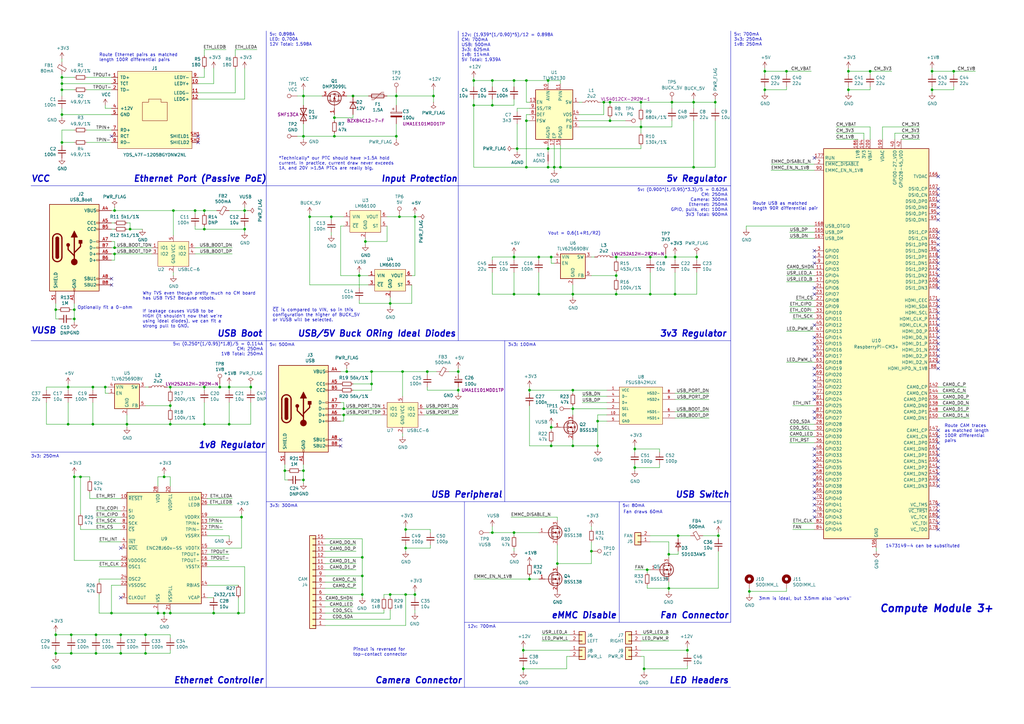
<source format=kicad_sch>
(kicad_sch (version 20230121) (generator eeschema)
  (paper "A3")
  (title_block (title "Gloworm") (date "2020-07-17") (rev "v0.4.2") (comment 1 "Copyright Franklin Harding 2020") (comment 2 "Licensed under CERN-OHL-P v2"))
  (junction (at 220.98 105.41))
  (junction (at 201.93 218.44))
  (junction (at 25.4 46.99))
  (junction (at 124.46 55.88))
  (junction (at 220.98 120.65))
  (junction (at 69.85 173.99))
  (junction (at 210.82 218.44))
  (junction (at 162.56 55.88))
  (junction (at 140.97 170.18))
  (junction (at 274.32 227.33))
  (junction (at 49.53 267.97))
  (junction (at 284.48 68.58))
  (junction (at 25.4 58.42))
  (junction (at 83.82 86.36))
  (junction (at 39.37 260.35))
  (junction (at 29.21 267.97))
  (junction (at 170.18 88.9))
  (junction (at 234.95 160.02))
  (junction (at 52.07 173.99))
  (junction (at 194.31 43.18))
  (junction (at 264.16 274.32))
  (junction (at 281.94 266.7))
  (junction (at 80.01 86.36))
  (junction (at 124.46 193.04))
  (junction (at 166.37 243.84))
  (junction (at 313.69 36.83))
  (junction (at 124.46 39.37))
  (junction (at 135.89 88.9))
  (junction (at 234.95 120.65))
  (junction (at 83.82 93.98))
  (junction (at 27.94 173.99))
  (junction (at 87.63 251.46))
  (junction (at 142.24 152.4))
  (junction (at 148.59 228.6))
  (junction (at 45.72 251.46))
  (junction (at 217.17 237.49))
  (junction (at 99.06 212.09))
  (junction (at 22.86 267.97))
  (junction (at 274.32 241.3))
  (junction (at 100.33 86.36))
  (junction (at 160.02 124.46))
  (junction (at 90.17 158.75))
  (junction (at 201.93 43.18))
  (junction (at 33.02 195.58))
  (junction (at 22.86 127))
  (junction (at 102.87 158.75))
  (junction (at 250.19 41.91))
  (junction (at 30.48 195.58))
  (junction (at 347.98 29.21))
  (junction (at 224.79 60.96))
  (junction (at 53.34 93.98))
  (junction (at 49.53 260.35))
  (junction (at 215.9 68.58))
  (junction (at 71.12 86.36))
  (junction (at 278.13 219.71))
  (junction (at 93.98 158.75))
  (junction (at 93.98 173.99))
  (junction (at 187.96 160.02))
  (junction (at 175.26 152.4))
  (junction (at 148.59 236.22))
  (junction (at 229.87 68.58))
  (junction (at 166.37 217.17))
  (junction (at 252.73 120.65))
  (junction (at 162.56 39.37))
  (junction (at 30.48 127))
  (junction (at 382.27 29.21))
  (junction (at 201.93 33.02))
  (junction (at 147.32 113.03))
  (junction (at 245.11 172.72))
  (junction (at 137.16 55.88))
  (junction (at 210.82 120.65))
  (junction (at 69.85 251.46))
  (junction (at 38.1 173.99))
  (junction (at 228.6 231.14))
  (junction (at 224.79 33.02))
  (junction (at 247.65 41.91))
  (junction (at 266.7 120.65))
  (junction (at 322.58 29.21))
  (junction (at 356.87 29.21))
  (junction (at 59.69 267.97))
  (junction (at 215.9 33.02))
  (junction (at 38.1 158.75))
  (junction (at 313.69 29.21))
  (junction (at 30.48 130.81))
  (junction (at 262.89 41.91))
  (junction (at 152.4 157.48))
  (junction (at 46.99 104.14))
  (junction (at 194.31 33.02))
  (junction (at 149.86 99.06))
  (junction (at 163.83 88.9))
  (junction (at 382.27 36.83))
  (junction (at 276.86 105.41))
  (junction (at 226.06 175.26))
  (junction (at 224.79 68.58))
  (junction (at 217.17 160.02))
  (junction (at 69.85 166.37))
  (junction (at 67.31 251.46))
  (junction (at 46.99 101.6))
  (junction (at 144.78 39.37))
  (junction (at 307.34 242.57))
  (junction (at 276.86 120.65))
  (junction (at 212.09 60.96))
  (junction (at 265.43 233.68))
  (junction (at 22.86 260.35))
  (junction (at 177.8 39.37))
  (junction (at 234.95 182.88))
  (junction (at 160.02 243.84))
  (junction (at 100.33 93.98))
  (junction (at 187.96 152.4))
  (junction (at 227.33 68.58))
  (junction (at 294.64 219.71))
  (junction (at 252.73 105.41))
  (junction (at 391.16 29.21))
  (junction (at 284.48 41.91))
  (junction (at 234.95 167.64))
  (junction (at 69.85 158.75))
  (junction (at 273.05 105.41))
  (junction (at 260.35 184.15))
  (junction (at 260.35 191.77))
  (junction (at 116.84 193.04))
  (junction (at 64.77 251.46))
  (junction (at 152.4 152.4))
  (junction (at 210.82 105.41))
  (junction (at 266.7 105.41))
  (junction (at 67.31 195.58))
  (junction (at 25.4 34.29))
  (junction (at 214.63 274.32))
  (junction (at 83.82 158.75))
  (junction (at 215.9 49.53))
  (junction (at 127 88.9))
  (junction (at 140.97 167.64))
  (junction (at 210.82 33.02))
  (junction (at 245.11 182.88))
  (junction (at 252.73 113.03))
  (junction (at 39.37 267.97))
  (junction (at 97.79 251.46))
  (junction (at 29.21 260.35))
  (junction (at 166.37 224.79))
  (junction (at 25.4 31.75))
  (junction (at 46.99 86.36))
  (junction (at 242.57 226.06))
  (junction (at 59.69 260.35))
  (junction (at 170.18 243.84))
  (junction (at 347.98 36.83))
  (junction (at 226.06 182.88))
  (junction (at 285.75 105.41))
  (junction (at 148.59 243.84))
  (junction (at 275.59 41.91))
  (junction (at 27.94 158.75))
  (junction (at 83.82 173.99))
  (junction (at 250.19 49.53))
  (junction (at 226.06 105.41))
  (junction (at 43.18 158.75))
  (junction (at 293.37 41.91))
  (junction (at 165.1 152.4))
  (junction (at 25.4 36.83))
  (junction (at 137.16 48.26))
  (junction (at 214.63 266.7))
  (junction (at 262.89 52.07))
  (junction (at 124.46 196.85))
  (no_connect (at 334.01 168.91))
  (no_connect (at 384.81 207.01))
  (no_connect (at 384.81 130.81))
  (no_connect (at 384.81 115.57))
  (no_connect (at 384.81 125.73))
  (no_connect (at 384.81 214.63))
  (no_connect (at 334.01 138.43))
  (no_connect (at 139.7 182.88))
  (no_connect (at 334.01 105.41))
  (no_connect (at 384.81 80.01))
  (no_connect (at 384.81 113.03))
  (no_connect (at 384.81 194.31))
  (no_connect (at 334.01 64.77))
  (no_connect (at 139.7 180.34))
  (no_connect (at 384.81 135.89))
  (no_connect (at 334.01 118.11))
  (no_connect (at 334.01 189.23))
  (no_connect (at 384.81 191.77))
  (no_connect (at 384.81 87.63))
  (no_connect (at 384.81 85.09))
  (no_connect (at 384.81 179.07))
  (no_connect (at 384.81 110.49))
  (no_connect (at 334.01 199.39))
  (no_connect (at 81.28 58.42))
  (no_connect (at 384.81 209.55))
  (no_connect (at 384.81 217.17))
  (no_connect (at 384.81 105.41))
  (no_connect (at 334.01 212.09))
  (no_connect (at 334.01 143.51))
  (no_connect (at 384.81 186.69))
  (no_connect (at 334.01 120.65))
  (no_connect (at 384.81 82.55))
  (no_connect (at 384.81 128.27))
  (no_connect (at 334.01 171.45))
  (no_connect (at 384.81 123.19))
  (no_connect (at 384.81 199.39))
  (no_connect (at 384.81 189.23))
  (no_connect (at 334.01 140.97))
  (no_connect (at 334.01 184.15))
  (no_connect (at 334.01 102.87))
  (no_connect (at 334.01 158.75))
  (no_connect (at 334.01 133.35))
  (no_connect (at 334.01 194.31))
  (no_connect (at 334.01 191.77))
  (no_connect (at 384.81 90.17))
  (no_connect (at 49.53 224.79))
  (no_connect (at 49.53 245.11))
  (no_connect (at 45.72 116.84))
  (no_connect (at 384.81 97.79))
  (no_connect (at 334.01 146.05))
  (no_connect (at 384.81 138.43))
  (no_connect (at 334.01 204.47))
  (no_connect (at 334.01 196.85))
  (no_connect (at 384.81 72.39))
  (no_connect (at 334.01 153.67))
  (no_connect (at 384.81 133.35))
  (no_connect (at 45.72 114.3))
  (no_connect (at 384.81 143.51))
  (no_connect (at 384.81 102.87))
  (no_connect (at 384.81 140.97))
  (no_connect (at 384.81 118.11))
  (no_connect (at 384.81 95.25))
  (no_connect (at 384.81 148.59))
  (no_connect (at 384.81 184.15))
  (no_connect (at 384.81 146.05))
  (no_connect (at 384.81 176.53))
  (no_connect (at 334.01 201.93))
  (no_connect (at 384.81 100.33))
  (no_connect (at 334.01 151.13))
  (no_connect (at 384.81 181.61))
  (no_connect (at 81.28 55.88))
  (no_connect (at 334.01 163.83))
  (no_connect (at 334.01 207.01))
  (no_connect (at 45.72 55.88))
  (no_connect (at 384.81 151.13))
  (no_connect (at 334.01 161.29))
  (no_connect (at 334.01 186.69))
  (no_connect (at 384.81 196.85))
  (no_connect (at 384.81 107.95))
  (no_connect (at 334.01 156.21))
  (no_connect (at 334.01 209.55))
  (no_connect (at 334.01 107.95))
  (no_connect (at 384.81 77.47))
  (no_connect (at 384.81 212.09))
  (wire (pts (xy 146.05 231.14) (xy 133.35 231.14)))
  (wire (pts (xy 25.4 24.13) (xy 25.4 25.4)))
  (wire (pts (xy 83.82 22.86) (xy 83.82 20.32)))
  (wire (pts (xy 177.8 36.83) (xy 177.8 39.37)))
  (wire (pts (xy 80.01 86.36) (xy 83.82 86.36)))
  (wire (pts (xy 46.99 86.36) (xy 71.12 86.36)))
  (wire (pts (xy 69.85 173.99) (xy 52.07 173.99)))
  (wire (pts (xy 123.19 193.04) (xy 124.46 193.04)))
  (wire (pts (xy 144.78 48.26) (xy 137.16 48.26)))
  (wire (pts (xy 382.27 29.21) (xy 382.27 30.48)))
  (wire (pts (xy 38.1 160.02) (xy 38.1 158.75)))
  (wire (pts (xy 166.37 224.79) (xy 166.37 226.06)))
  (wire (pts (xy 142.24 151.13) (xy 142.24 152.4)))
  (wire (pts (xy 100.33 93.98) (xy 100.33 92.71)))
  (wire (pts (xy 100.33 40.64) (xy 81.28 40.64)))
  (polyline (pts (xy 12.7 185.42) (xy 109.22 185.42)))
  (wire (pts (xy 158.75 99.06) (xy 149.86 99.06)))
  (wire (pts (xy 234.95 182.88) (xy 245.11 182.88)))
  (wire (pts (xy 170.18 242.57) (xy 170.18 243.84)))
  (wire (pts (xy 124.46 39.37) (xy 132.08 39.37)))
  (wire (pts (xy 39.37 212.09) (xy 49.53 212.09)))
  (wire (pts (xy 59.69 260.35) (xy 59.69 261.62)))
  (wire (pts (xy 87.63 34.29) (xy 81.28 34.29)))
  (wire (pts (xy 96.52 27.94) (xy 96.52 38.1)))
  (wire (pts (xy 22.86 259.08) (xy 22.86 260.35)))
  (wire (pts (xy 137.16 46.99) (xy 137.16 48.26)))
  (wire (pts (xy 260.35 184.15) (xy 260.35 185.42)))
  (wire (pts (xy 226.06 173.99) (xy 226.06 175.26)))
  (wire (pts (xy 226.06 105.41) (xy 227.33 105.41)))
  (wire (pts (xy 175.26 152.4) (xy 175.26 153.67)))
  (wire (pts (xy 22.86 130.81) (xy 24.13 130.81)))
  (wire (pts (xy 166.37 243.84) (xy 166.37 256.54)))
  (wire (pts (xy 232.41 274.32) (xy 214.63 274.32)))
  (wire (pts (xy 144.78 246.38) (xy 133.35 246.38)))
  (wire (pts (xy 274.32 222.25) (xy 266.7 222.25)))
  (wire (pts (xy 93.98 173.99) (xy 83.82 173.99)))
  (wire (pts (xy 165.1 152.4) (xy 165.1 162.56)))
  (wire (pts (xy 25.4 53.34) (xy 25.4 58.42)))
  (wire (pts (xy 137.16 55.88) (xy 162.56 55.88)))
  (wire (pts (xy 210.82 120.65) (xy 220.98 120.65)))
  (wire (pts (xy 25.4 31.75) (xy 25.4 34.29)))
  (wire (pts (xy 248.92 165.1) (xy 238.76 165.1)))
  (wire (pts (xy 59.69 267.97) (xy 59.69 266.7)))
  (wire (pts (xy 147.32 111.76) (xy 147.32 113.03)))
  (wire (pts (xy 162.56 38.1) (xy 162.56 39.37)))
  (wire (pts (xy 80.01 87.63) (xy 80.01 86.36)))
  (wire (pts (xy 38.1 158.75) (xy 43.18 158.75)))
  (wire (pts (xy 224.79 67.31) (xy 224.79 68.58)))
  (wire (pts (xy 27.94 160.02) (xy 27.94 158.75)))
  (wire (pts (xy 228.6 223.52) (xy 228.6 231.14)))
  (wire (pts (xy 140.97 167.64) (xy 156.21 167.64)))
  (wire (pts (xy 215.9 49.53) (xy 215.9 68.58)))
  (wire (pts (xy 146.05 223.52) (xy 133.35 223.52)))
  (wire (pts (xy 245.11 170.18) (xy 248.92 170.18)))
  (wire (pts (xy 124.46 198.12) (xy 124.46 196.85)))
  (wire (pts (xy 127 88.9) (xy 127 116.84)))
  (wire (pts (xy 284.48 44.45) (xy 284.48 41.91)))
  (wire (pts (xy 133.35 228.6) (xy 148.59 228.6)))
  (wire (pts (xy 384.81 158.75) (xy 396.24 158.75)))
  (wire (pts (xy 146.05 238.76) (xy 133.35 238.76)))
  (wire (pts (xy 127 88.9) (xy 135.89 88.9)))
  (wire (pts (xy 276.86 104.14) (xy 276.86 105.41)))
  (wire (pts (xy 229.87 68.58) (xy 227.33 68.58)))
  (wire (pts (xy 242.57 215.9) (xy 242.57 217.17)))
  (wire (pts (xy 212.09 60.96) (xy 224.79 60.96)))
  (wire (pts (xy 322.58 113.03) (xy 334.01 113.03)))
  (wire (pts (xy 69.85 195.58) (xy 69.85 199.39)))
  (wire (pts (xy 144.78 160.02) (xy 152.4 160.02)))
  (wire (pts (xy 217.17 44.45) (xy 212.09 44.45)))
  (wire (pts (xy 93.98 158.75) (xy 93.98 160.02)))
  (wire (pts (xy 49.53 232.41) (xy 40.64 232.41)))
  (polyline (pts (xy 12.7 139.7) (xy 299.72 139.7)))
  (wire (pts (xy 232.41 269.24) (xy 232.41 274.32)))
  (wire (pts (xy 100.33 251.46) (xy 97.79 251.46)))
  (wire (pts (xy 278.13 227.33) (xy 274.32 227.33)))
  (wire (pts (xy 22.86 127) (xy 22.86 130.81)))
  (wire (pts (xy 67.31 195.58) (xy 69.85 195.58)))
  (wire (pts (xy 177.8 39.37) (xy 177.8 41.91)))
  (wire (pts (xy 71.12 113.03) (xy 71.12 111.76)))
  (wire (pts (xy 227.33 68.58) (xy 227.33 69.85)))
  (wire (pts (xy 266.7 105.41) (xy 266.7 106.68)))
  (wire (pts (xy 215.9 68.58) (xy 224.79 68.58)))
  (wire (pts (xy 187.96 160.02) (xy 187.96 161.29)))
  (wire (pts (xy 166.37 215.9) (xy 166.37 217.17)))
  (wire (pts (xy 135.89 88.9) (xy 140.97 88.9)))
  (wire (pts (xy 226.06 107.95) (xy 226.06 105.41)))
  (wire (pts (xy 35.56 58.42) (xy 45.72 58.42)))
  (wire (pts (xy 44.45 161.29) (xy 43.18 161.29)))
  (wire (pts (xy 25.4 58.42) (xy 30.48 58.42)))
  (wire (pts (xy 124.46 193.04) (xy 124.46 196.85)))
  (wire (pts (xy 212.09 50.8) (xy 212.09 60.96)))
  (wire (pts (xy 281.94 266.7) (xy 281.94 265.43)))
  (wire (pts (xy 157.48 243.84) (xy 160.02 243.84)))
  (wire (pts (xy 90.17 158.75) (xy 93.98 158.75)))
  (wire (pts (xy 83.82 173.99) (xy 69.85 173.99)))
  (wire (pts (xy 25.4 34.29) (xy 25.4 36.83)))
  (wire (pts (xy 148.59 243.84) (xy 148.59 245.11)))
  (wire (pts (xy 25.4 36.83) (xy 25.4 39.37)))
  (wire (pts (xy 273.05 105.41) (xy 276.86 105.41)))
  (wire (pts (xy 210.82 219.71) (xy 210.82 218.44)))
  (wire (pts (xy 166.37 217.17) (xy 176.53 217.17)))
  (wire (pts (xy 391.16 29.21) (xy 382.27 29.21)))
  (wire (pts (xy 139.7 92.71) (xy 140.97 92.71)))
  (wire (pts (xy 322.58 110.49) (xy 334.01 110.49)))
  (wire (pts (xy 252.73 113.03) (xy 252.73 114.3)))
  (wire (pts (xy 59.69 158.75) (xy 60.96 158.75)))
  (wire (pts (xy 83.82 87.63) (xy 83.82 86.36)))
  (wire (pts (xy 27.94 158.75) (xy 19.05 158.75)))
  (wire (pts (xy 210.82 104.14) (xy 210.82 105.41)))
  (wire (pts (xy 281.94 266.7) (xy 262.89 266.7)))
  (wire (pts (xy 323.85 97.79) (xy 334.01 97.79)))
  (wire (pts (xy 334.01 176.53) (xy 323.85 176.53)))
  (wire (pts (xy 356.87 36.83) (xy 356.87 35.56)))
  (wire (pts (xy 43.18 161.29) (xy 43.18 158.75)))
  (wire (pts (xy 252.73 113.03) (xy 242.57 113.03)))
  (wire (pts (xy 38.1 173.99) (xy 52.07 173.99)))
  (wire (pts (xy 323.85 125.73) (xy 334.01 125.73)))
  (wire (pts (xy 30.48 229.87) (xy 49.53 229.87)))
  (wire (pts (xy 247.65 41.91) (xy 250.19 41.91)))
  (wire (pts (xy 293.37 44.45) (xy 293.37 41.91)))
  (wire (pts (xy 227.33 107.95) (xy 226.06 107.95)))
  (wire (pts (xy 36.83 201.93) (xy 36.83 204.47)))
  (wire (pts (xy 342.9 52.07) (xy 356.87 52.07)))
  (wire (pts (xy 45.72 240.03) (xy 45.72 251.46)))
  (wire (pts (xy 33.02 217.17) (xy 33.02 215.9)))
  (wire (pts (xy 53.34 91.44) (xy 53.34 93.98)))
  (wire (pts (xy 39.37 214.63) (xy 49.53 214.63)))
  (wire (pts (xy 201.93 105.41) (xy 201.93 106.68)))
  (wire (pts (xy 210.82 105.41) (xy 201.93 105.41)))
  (wire (pts (xy 210.82 40.64) (xy 210.82 43.18)))
  (wire (pts (xy 101.6 86.36) (xy 100.33 86.36)))
  (wire (pts (xy 176.53 223.52) (xy 176.53 224.79)))
  (wire (pts (xy 276.86 120.65) (xy 285.75 120.65)))
  (wire (pts (xy 39.37 260.35) (xy 39.37 261.62)))
  (wire (pts (xy 140.97 172.72) (xy 139.7 172.72)))
  (wire (pts (xy 30.48 127) (xy 30.48 130.81)))
  (wire (pts (xy 53.34 93.98) (xy 58.42 93.98)))
  (wire (pts (xy 83.82 31.75) (xy 81.28 31.75)))
  (wire (pts (xy 69.85 267.97) (xy 69.85 266.7)))
  (wire (pts (xy 149.86 99.06) (xy 149.86 100.33)))
  (wire (pts (xy 146.05 233.68) (xy 133.35 233.68)))
  (wire (pts (xy 147.32 113.03) (xy 147.32 118.11)))
  (wire (pts (xy 29.21 267.97) (xy 39.37 267.97)))
  (wire (pts (xy 342.9 57.15) (xy 351.79 57.15)))
  (wire (pts (xy 237.49 46.99) (xy 247.65 46.99)))
  (wire (pts (xy 67.31 195.58) (xy 64.77 195.58)))
  (wire (pts (xy 276.86 111.76) (xy 276.86 120.65)))
  (wire (pts (xy 116.84 190.5) (xy 116.84 193.04)))
  (wire (pts (xy 121.92 55.88) (xy 124.46 55.88)))
  (wire (pts (xy 266.7 111.76) (xy 266.7 120.65)))
  (wire (pts (xy 214.63 266.7) (xy 214.63 265.43)))
  (wire (pts (xy 264.16 274.32) (xy 281.94 274.32)))
  (wire (pts (xy 266.7 105.41) (xy 273.05 105.41)))
  (wire (pts (xy 45.72 86.36) (xy 46.99 86.36)))
  (wire (pts (xy 147.32 124.46) (xy 160.02 124.46)))
  (wire (pts (xy 265.43 234.95) (xy 265.43 233.68)))
  (wire (pts (xy 100.33 232.41) (xy 100.33 251.46)))
  (wire (pts (xy 265.43 241.3) (xy 265.43 240.03)))
  (wire (pts (xy 323.85 181.61) (xy 334.01 181.61)))
  (wire (pts (xy 187.96 167.64) (xy 173.99 167.64)))
  (wire (pts (xy 173.99 170.18) (xy 187.96 170.18)))
  (wire (pts (xy 83.82 158.75) (xy 90.17 158.75)))
  (wire (pts (xy 158.75 88.9) (xy 163.83 88.9)))
  (wire (pts (xy 93.98 165.1) (xy 93.98 173.99)))
  (wire (pts (xy 64.77 251.46) (xy 67.31 251.46)))
  (wire (pts (xy 276.86 161.29) (xy 290.83 161.29)))
  (wire (pts (xy 69.85 158.75) (xy 83.82 158.75)))
  (wire (pts (xy 377.19 54.61) (xy 367.03 54.61)))
  (wire (pts (xy 69.85 166.37) (xy 59.69 166.37)))
  (wire (pts (xy 228.6 231.14) (xy 242.57 231.14)))
  (wire (pts (xy 91.44 217.17) (xy 85.09 217.17)))
  (wire (pts (xy 100.33 27.94) (xy 100.33 40.64)))
  (wire (pts (xy 245.11 172.72) (xy 245.11 182.88)))
  (wire (pts (xy 139.7 167.64) (xy 140.97 167.64)))
  (wire (pts (xy 95.25 101.6) (xy 80.01 101.6)))
  (wire (pts (xy 260.35 184.15) (xy 270.51 184.15)))
  (wire (pts (xy 29.21 127) (xy 30.48 127)))
  (wire (pts (xy 144.78 248.92) (xy 133.35 248.92)))
  (wire (pts (xy 124.46 55.88) (xy 137.16 55.88)))
  (wire (pts (xy 274.32 262.89) (xy 262.89 262.89)))
  (wire (pts (xy 256.54 49.53) (xy 250.19 49.53)))
  (wire (pts (xy 36.83 204.47) (xy 49.53 204.47)))
  (wire (pts (xy 49.53 267.97) (xy 49.53 266.7)))
  (wire (pts (xy 247.65 41.91) (xy 246.38 41.91)))
  (wire (pts (xy 210.82 43.18) (xy 201.93 43.18)))
  (wire (pts (xy 245.11 182.88) (xy 245.11 184.15)))
  (wire (pts (xy 135.89 96.52) (xy 135.89 95.25)))
  (wire (pts (xy 266.7 233.68) (xy 265.43 233.68)))
  (wire (pts (xy 384.81 166.37) (xy 397.51 166.37)))
  (wire (pts (xy 170.18 87.63) (xy 170.18 88.9)))
  (wire (pts (xy 322.58 30.48) (xy 322.58 29.21)))
  (wire (pts (xy 39.37 209.55) (xy 49.53 209.55)))
  (wire (pts (xy 158.75 39.37) (xy 162.56 39.37)))
  (wire (pts (xy 52.07 173.99) (xy 52.07 175.26)))
  (wire (pts (xy 347.98 36.83) (xy 356.87 36.83)))
  (wire (pts (xy 400.05 29.21) (xy 391.16 29.21)))
  (wire (pts (xy 262.89 49.53) (xy 262.89 52.07)))
  (wire (pts (xy 22.86 267.97) (xy 29.21 267.97)))
  (wire (pts (xy 139.7 170.18) (xy 140.97 170.18)))
  (wire (pts (xy 64.77 250.19) (xy 64.77 251.46)))
  (wire (pts (xy 85.09 219.71) (xy 93.98 219.71)))
  (wire (pts (xy 140.97 170.18) (xy 140.97 172.72)))
  (wire (pts (xy 45.72 99.06) (xy 46.99 99.06)))
  (wire (pts (xy 97.79 240.03) (xy 85.09 240.03)))
  (wire (pts (xy 59.69 267.97) (xy 69.85 267.97)))
  (wire (pts (xy 194.31 35.56) (xy 194.31 33.02)))
  (wire (pts (xy 85.09 245.11) (xy 87.63 245.11)))
  (wire (pts (xy 316.23 69.85) (xy 334.01 69.85)))
  (wire (pts (xy 384.81 171.45) (xy 397.51 171.45)))
  (wire (pts (xy 270.51 191.77) (xy 260.35 191.77)))
  (wire (pts (xy 217.17 160.02) (xy 217.17 161.29)))
  (wire (pts (xy 45.72 36.83) (xy 35.56 36.83)))
  (wire (pts (xy 100.33 86.36) (xy 100.33 87.63)))
  (wire (pts (xy 377.19 57.15) (xy 369.57 57.15)))
  (wire (pts (xy 133.35 254) (xy 160.02 254)))
  (wire (pts (xy 275.59 41.91) (xy 284.48 41.91)))
  (wire (pts (xy 278.13 220.98) (xy 278.13 219.71)))
  (wire (pts (xy 234.95 180.34) (xy 234.95 182.88)))
  (wire (pts (xy 168.91 116.84) (xy 168.91 124.46)))
  (wire (pts (xy 284.48 40.64) (xy 284.48 41.91)))
  (wire (pts (xy 170.18 243.84) (xy 166.37 243.84)))
  (wire (pts (xy 45.72 101.6) (xy 46.99 101.6)))
  (wire (pts (xy 146.05 226.06) (xy 133.35 226.06)))
  (wire (pts (xy 284.48 68.58) (xy 293.37 68.58)))
  (wire (pts (xy 45.72 93.98) (xy 46.99 93.98)))
  (wire (pts (xy 165.1 152.4) (xy 175.26 152.4)))
  (wire (pts (xy 139.7 92.71) (xy 139.7 113.03)))
  (polyline (pts (xy 12.7 76.2) (xy 299.72 76.2)))
  (wire (pts (xy 384.81 161.29) (xy 396.24 161.29)))
  (wire (pts (xy 116.84 196.85) (xy 118.11 196.85)))
  (wire (pts (xy 187.96 152.4) (xy 187.96 153.67)))
  (wire (pts (xy 83.82 86.36) (xy 88.9 86.36)))
  (wire (pts (xy 29.21 260.35) (xy 29.21 261.62)))
  (wire (pts (xy 356.87 29.21) (xy 347.98 29.21)))
  (wire (pts (xy 274.32 241.3) (xy 274.32 242.57)))
  (wire (pts (xy 124.46 36.83) (xy 124.46 39.37)))
  (wire (pts (xy 262.89 52.07) (xy 262.89 54.61)))
  (wire (pts (xy 217.17 237.49) (xy 220.98 237.49)))
  (wire (pts (xy 46.99 101.6) (xy 62.23 101.6)))
  (wire (pts (xy 201.93 43.18) (xy 194.31 43.18)))
  (wire (pts (xy 162.56 57.15) (xy 162.56 55.88)))
  (wire (pts (xy 27.94 165.1) (xy 27.94 173.99)))
  (wire (pts (xy 116.84 193.04) (xy 118.11 193.04)))
  (wire (pts (xy 157.48 245.11) (xy 157.48 243.84)))
  (wire (pts (xy 148.59 228.6) (xy 148.59 236.22)))
  (wire (pts (xy 285.75 104.14) (xy 285.75 105.41)))
  (wire (pts (xy 160.02 124.46) (xy 160.02 125.73)))
  (wire (pts (xy 226.06 175.26) (xy 227.33 175.26)))
  (wire (pts (xy 270.51 184.15) (xy 270.51 185.42)))
  (wire (pts (xy 217.17 166.37) (xy 217.17 182.88)))
  (wire (pts (xy 80.01 104.14) (xy 95.25 104.14)))
  (wire (pts (xy 217.17 182.88) (xy 226.06 182.88)))
  (wire (pts (xy 25.4 59.69) (xy 25.4 58.42)))
  (wire (pts (xy 234.95 116.84) (xy 234.95 120.65)))
  (wire (pts (xy 93.98 158.75) (xy 102.87 158.75)))
  (wire (pts (xy 40.64 243.84) (xy 40.64 251.46)))
  (wire (pts (xy 33.02 217.17) (xy 49.53 217.17)))
  (wire (pts (xy 238.76 162.56) (xy 248.92 162.56)))
  (wire (pts (xy 322.58 135.89) (xy 334.01 135.89)))
  (wire (pts (xy 201.93 111.76) (xy 201.93 120.65)))
  (wire (pts (xy 262.89 260.35) (xy 274.32 260.35)))
  (polyline (pts (xy 207.01 205.74) (xy 207.01 139.7)))
  (wire (pts (xy 33.02 195.58) (xy 36.83 195.58)))
  (wire (pts (xy 233.68 167.64) (xy 234.95 167.64)))
  (wire (pts (xy 365.76 29.21) (xy 356.87 29.21)))
  (wire (pts (xy 100.33 85.09) (xy 100.33 86.36)))
  (wire (pts (xy 39.37 267.97) (xy 49.53 267.97)))
  (wire (pts (xy 69.85 250.19) (xy 69.85 251.46)))
  (wire (pts (xy 262.89 59.69) (xy 262.89 60.96)))
  (wire (pts (xy 24.13 127) (xy 22.86 127)))
  (wire (pts (xy 52.07 170.18) (xy 52.07 173.99)))
  (wire (pts (xy 71.12 86.36) (xy 80.01 86.36)))
  (wire (pts (xy 217.17 158.75) (xy 217.17 160.02)))
  (wire (pts (xy 133.35 243.84) (xy 148.59 243.84)))
  (wire (pts (xy 294.64 218.44) (xy 294.64 219.71)))
  (wire (pts (xy 264.16 269.24) (xy 264.16 274.32)))
  (wire (pts (xy 201.93 218.44) (xy 210.82 218.44)))
  (wire (pts (xy 248.92 172.72) (xy 245.11 172.72)))
  (wire (pts (xy 102.87 173.99) (xy 93.98 173.99)))
  (wire (pts (xy 342.9 54.61) (xy 354.33 54.61)))
  (wire (pts (xy 210.82 111.76) (xy 210.82 120.65)))
  (wire (pts (xy 251.46 105.41) (xy 252.73 105.41)))
  (wire (pts (xy 210.82 106.68) (xy 210.82 105.41)))
  (wire (pts (xy 67.31 194.31) (xy 67.31 195.58)))
  (wire (pts (xy 262.89 41.91) (xy 275.59 41.91)))
  (wire (pts (xy 242.57 105.41) (xy 243.84 105.41)))
  (wire (pts (xy 170.18 251.46) (xy 170.18 250.19)))
  (wire (pts (xy 323.85 95.25) (xy 334.01 95.25)))
  (wire (pts (xy 144.78 46.99) (xy 144.78 48.26)))
  (wire (pts (xy 43.18 43.18) (xy 43.18 44.45)))
  (wire (pts (xy 377.19 52.07) (xy 361.95 52.07)))
  (wire (pts (xy 40.64 251.46) (xy 45.72 251.46)))
  (wire (pts (xy 52.07 93.98) (xy 53.34 93.98)))
  (wire (pts (xy 313.69 38.1) (xy 313.69 36.83)))
  (polyline (pts (xy 190.5 255.27) (xy 299.72 255.27)))
  (wire (pts (xy 140.97 165.1) (xy 140.97 167.64)))
  (wire (pts (xy 322.58 29.21) (xy 313.69 29.21)))
  (wire (pts (xy 276.86 120.65) (xy 266.7 120.65)))
  (wire (pts (xy 224.79 34.29) (xy 224.79 33.02)))
  (wire (pts (xy 194.31 31.75) (xy 194.31 33.02)))
  (wire (pts (xy 87.63 27.94) (xy 87.63 34.29)))
  (wire (pts (xy 306.07 93.98) (xy 306.07 92.71)))
  (wire (pts (xy 83.82 165.1) (xy 83.82 173.99)))
  (wire (pts (xy 68.58 158.75) (xy 69.85 158.75)))
  (wire (pts (xy 284.48 41.91) (xy 293.37 41.91)))
  (wire (pts (xy 382.27 27.94) (xy 382.27 29.21)))
  (wire (pts (xy 93.98 229.87) (xy 85.09 229.87)))
  (wire (pts (xy 276.86 171.45) (xy 290.83 171.45)))
  (wire (pts (xy 265.43 233.68) (xy 260.35 233.68)))
  (wire (pts (xy 100.33 95.25) (xy 100.33 93.98)))
  (wire (pts (xy 52.07 91.44) (xy 53.34 91.44)))
  (wire (pts (xy 284.48 49.53) (xy 284.48 68.58)))
  (wire (pts (xy 210.82 33.02) (xy 215.9 33.02)))
  (wire (pts (xy 22.86 124.46) (xy 22.86 127)))
  (wire (pts (xy 46.99 99.06) (xy 46.99 101.6)))
  (wire (pts (xy 45.72 31.75) (xy 35.56 31.75)))
  (wire (pts (xy 124.46 55.88) (xy 124.46 57.15)))
  (wire (pts (xy 152.4 157.48) (xy 152.4 152.4)))
  (wire (pts (xy 194.31 68.58) (xy 215.9 68.58)))
  (wire (pts (xy 27.94 173.99) (xy 38.1 173.99)))
  (wire (pts (xy 27.94 157.48) (xy 27.94 158.75)))
  (wire (pts (xy 201.93 33.02) (xy 210.82 33.02)))
  (wire (pts (xy 45.72 251.46) (xy 64.77 251.46)))
  (wire (pts (xy 210.82 35.56) (xy 210.82 33.02)))
  (wire (pts (xy 194.31 43.18) (xy 194.31 68.58)))
  (wire (pts (xy 27.94 158.75) (xy 38.1 158.75)))
  (wire (pts (xy 35.56 53.34) (xy 45.72 53.34)))
  (wire (pts (xy 229.87 59.69) (xy 229.87 68.58)))
  (wire (pts (xy 384.81 168.91) (xy 397.51 168.91)))
  (wire (pts (xy 266.7 120.65) (xy 252.73 120.65)))
  (wire (pts (xy 326.39 123.19) (xy 334.01 123.19)))
  (wire (pts (xy 242.57 222.25) (xy 242.57 226.06)))
  (wire (pts (xy 247.65 46.99) (xy 247.65 41.91)))
  (wire (pts (xy 260.35 191.77) (xy 260.35 193.04)))
  (wire (pts (xy 233.68 262.89) (xy 222.25 262.89)))
  (wire (pts (xy 19.05 173.99) (xy 27.94 173.99)))
  (wire (pts (xy 83.82 93.98) (xy 83.82 92.71)))
  (wire (pts (xy 30.48 53.34) (xy 25.4 53.34)))
  (wire (pts (xy 322.58 36.83) (xy 313.69 36.83)))
  (wire (pts (xy 322.58 29.21) (xy 332.74 29.21)))
  (wire (pts (xy 123.19 196.85) (xy 124.46 196.85)))
  (wire (pts (xy 69.85 260.35) (xy 69.85 261.62)))
  (wire (pts (xy 22.86 260.35) (xy 22.86 261.62)))
  (wire (pts (xy 347.98 36.83) (xy 347.98 38.1)))
  (wire (pts (xy 30.48 130.81) (xy 29.21 130.81)))
  (wire (pts (xy 162.56 50.8) (xy 162.56 55.88)))
  (wire (pts (xy 46.99 104.14) (xy 45.72 104.14)))
  (wire (pts (xy 124.46 55.88) (xy 124.46 50.8)))
  (wire (pts (xy 170.18 245.11) (xy 170.18 243.84)))
  (wire (pts (xy 252.73 105.41) (xy 266.7 105.41)))
  (wire (pts (xy 347.98 29.21) (xy 347.98 30.48)))
  (wire (pts (xy 234.95 160.02) (xy 248.92 160.02)))
  (wire (pts (xy 99.06 212.09) (xy 99.06 224.79)))
  (wire (pts (xy 149.86 97.79) (xy 149.86 99.06)))
  (wire (pts (xy 237.49 49.53) (xy 250.19 49.53)))
  (wire (pts (xy 316.23 67.31) (xy 334.01 67.31)))
  (wire (pts (xy 200.66 218.44) (xy 201.93 218.44)))
  (wire (pts (xy 252.73 120.65) (xy 234.95 120.65)))
  (wire (pts (xy 64.77 199.39) (xy 64.77 195.58)))
  (wire (pts (xy 22.86 269.24) (xy 22.86 267.97)))
  (wire (pts (xy 322.58 241.3) (xy 322.58 242.57)))
  (wire (pts (xy 228.6 231.14) (xy 228.6 232.41)))
  (wire (pts (xy 217.17 160.02) (xy 234.95 160.02)))
  (wire (pts (xy 135.89 88.9) (xy 135.89 90.17)))
  (wire (pts (xy 148.59 220.98) (xy 148.59 228.6)))
  (wire (pts (xy 274.32 227.33) (xy 274.32 222.25)))
  (wire (pts (xy 210.82 60.96) (xy 212.09 60.96)))
  (wire (pts (xy 49.53 260.35) (xy 49.53 261.62)))
  (wire (pts (xy 148.59 220.98) (xy 133.35 220.98)))
  (wire (pts (xy 148.59 236.22) (xy 148.59 243.84)))
  (wire (pts (xy 212.09 62.23) (xy 212.09 60.96)))
  (wire (pts (xy 210.82 218.44) (xy 220.98 218.44)))
  (wire (pts (xy 36.83 196.85) (xy 36.83 195.58)))
  (wire (pts (xy 102.87 165.1) (xy 102.87 173.99)))
  (wire (pts (xy 99.06 224.79) (xy 85.09 224.79)))
  (wire (pts (xy 322.58 148.59) (xy 334.01 148.59)))
  (wire (pts (xy 274.32 241.3) (xy 294.64 241.3)))
  (wire (pts (xy 323.85 173.99) (xy 334.01 173.99)))
  (wire (pts (xy 222.25 260.35) (xy 233.68 260.35)))
  (wire (pts (xy 30.48 229.87) (xy 30.48 195.58)))
  (wire (pts (xy 25.4 30.48) (xy 25.4 31.75)))
  (wire (pts (xy 262.89 41.91) (xy 262.89 44.45)))
  (wire (pts (xy 293.37 41.91) (xy 293.37 40.64)))
  (wire (pts (xy 85.09 207.01) (xy 95.25 207.01)))
  (wire (pts (xy 325.12 130.81) (xy 334.01 130.81)))
  (wire (pts (xy 121.92 39.37) (xy 124.46 39.37)))
  (wire (pts (xy 139.7 165.1) (xy 140.97 165.1)))
  (wire (pts (xy 176.53 224.79) (xy 166.37 224.79)))
  (wire (pts (xy 133.35 251.46) (xy 157.48 251.46)))
  (wire (pts (xy 144.78 157.48) (xy 152.4 157.48)))
  (wire (pts (xy 184.15 152.4) (xy 187.96 152.4)))
  (wire (pts (xy 215.9 46.99) (xy 215.9 49.53)))
  (wire (pts (xy 29.21 267.97) (xy 29.21 266.7)))
  (wire (pts (xy 322.58 242.57) (xy 307.34 242.57)))
  (wire (pts (xy 93.98 219.71) (xy 93.98 220.98)))
  (wire (pts (xy 224.79 68.58) (xy 227.33 68.58)))
  (wire (pts (xy 30.48 36.83) (xy 25.4 36.83)))
  (wire (pts (xy 46.99 104.14) (xy 62.23 104.14)))
  (wire (pts (xy 25.4 46.99) (xy 45.72 46.99)))
  (wire (pts (xy 201.93 35.56) (xy 201.93 33.02)))
  (wire (pts (xy 166.37 217.17) (xy 166.37 218.44)))
  (wire (pts (xy 81.28 38.1) (xy 96.52 38.1)))
  (wire (pts (xy 71.12 86.36) (xy 71.12 96.52)))
  (wire (pts (xy 49.53 267.97) (xy 59.69 267.97)))
  (wire (pts (xy 215.9 41.91) (xy 215.9 33.02)))
  (wire (pts (xy 39.37 267.97) (xy 39.37 266.7)))
  (wire (pts (xy 367.03 54.61) (xy 367.03 57.15)))
  (wire (pts (xy 226.06 181.61) (xy 226.06 182.88)))
  (wire (pts (xy 201.93 120.65) (xy 210.82 120.65)))
  (wire (pts (xy 97.79 245.11) (xy 97.79 251.46)))
  (wire (pts (xy 45.72 240.03) (xy 49.53 240.03)))
  (wire (pts (xy 224.79 60.96) (xy 224.79 62.23)))
  (wire (pts (xy 160.02 245.11) (xy 160.02 243.84)))
  (wire (pts (xy 391.16 36.83) (xy 382.27 36.83)))
  (wire (pts (xy 233.68 269.24) (xy 232.41 269.24)))
  (wire (pts (xy 137.16 48.26) (xy 137.16 49.53)))
  (wire (pts (xy 93.98 227.33) (xy 85.09 227.33)))
  (wire (pts (xy 274.32 241.3) (xy 274.32 238.76)))
  (wire (pts (xy 347.98 27.94) (xy 347.98 29.21)))
  (wire (pts (xy 46.99 85.09) (xy 46.99 86.36)))
  (wire (pts (xy 334.01 128.27) (xy 323.85 128.27)))
  (wire (pts (xy 322.58 115.57) (xy 334.01 115.57)))
  (wire (pts (xy 313.69 29.21) (xy 313.69 30.48)))
  (wire (pts (xy 294.64 219.71) (xy 288.29 219.71)))
  (polyline (pts (xy 254 255.27) (xy 254 205.74)))
  (wire (pts (xy 90.17 157.48) (xy 90.17 158.75)))
  (wire (pts (xy 87.63 250.19) (xy 87.63 251.46)))
  (wire (pts (xy 40.64 237.49) (xy 40.64 238.76)))
  (wire (pts (xy 306.07 92.71) (xy 334.01 92.71)))
  (wire (pts (xy 264.16 275.59) (xy 264.16 274.32)))
  (wire (pts (xy 92.71 20.32) (xy 83.82 20.32)))
  (wire (pts (xy 25.4 48.26) (xy 25.4 46.99)))
  (wire (pts (xy 30.48 194.31) (xy 30.48 195.58)))
  (wire (pts (xy 325.12 166.37) (xy 334.01 166.37)))
  (wire (pts (xy 105.41 20.32) (xy 96.52 20.32)))
  (wire (pts (xy 45.72 91.44) (xy 46.99 91.44)))
  (wire (pts (xy 176.53 217.17) (xy 176.53 218.44)))
  (wire (pts (xy 80.01 93.98) (xy 80.01 92.71)))
  (wire (pts (xy 83.82 93.98) (xy 80.01 93.98)))
  (wire (pts (xy 157.48 251.46) (xy 157.48 250.19)))
  (wire (pts (xy 162.56 43.18) (xy 162.56 39.37)))
  (wire (pts (xy 214.63 267.97) (xy 214.63 266.7)))
  (wire (pts (xy 124.46 190.5) (xy 124.46 193.04)))
  (wire (pts (xy 194.31 237.49) (xy 217.17 237.49)))
  (wire (pts (xy 187.96 152.4) (xy 187.96 151.13)))
  (wire (pts (xy 139.7 152.4) (xy 142.24 152.4)))
  (wire (pts (xy 40.64 237.49) (xy 49.53 237.49)))
  (polyline (pts (xy 109.22 12.7) (xy 109.22 281.94)))
  (wire (pts (xy 224.79 33.02) (xy 215.9 33.02)))
  (wire (pts (xy 248.92 167.64) (xy 234.95 167.64)))
  (wire (pts (xy 224.79 60.96) (xy 262.89 60.96)))
  (wire (pts (xy 347.98 35.56) (xy 347.98 36.83)))
  (wire (pts (xy 152.4 160.02) (xy 152.4 157.48)))
  (wire (pts (xy 39.37 260.35) (xy 49.53 260.35)))
  (wire (pts (xy 46.99 106.68) (xy 46.99 104.14)))
  (wire (pts (xy 384.81 163.83) (xy 397.51 163.83)))
  (wire (pts (xy 93.98 157.48) (xy 93.98 158.75)))
  (wire (pts (xy 214.63 274.32) (xy 214.63 275.59)))
  (wire (pts (xy 217.17 49.53) (xy 215.9 49.53)))
  (wire (pts (xy 356.87 30.48) (xy 356.87 29.21)))
  (wire (pts (xy 273.05 104.14) (xy 273.05 105.41)))
  (wire (pts (xy 293.37 49.53) (xy 293.37 68.58)))
  (wire (pts (xy 262.89 269.24) (xy 264.16 269.24)))
  (wire (pts (xy 294.64 226.06) (xy 294.64 241.3)))
  (wire (pts (xy 250.19 48.26) (xy 250.19 49.53)))
  (wire (pts (xy 160.02 254) (xy 160.02 250.19)))
  (wire (pts (xy 43.18 44.45) (xy 45.72 44.45)))
  (wire (pts (xy 361.95 52.07) (xy 361.95 57.15)))
  (wire (pts (xy 214.63 273.05) (xy 214.63 274.32)))
  (wire (pts (xy 85.09 232.41) (xy 100.33 232.41)))
  (wire (pts (xy 127 116.84) (xy 151.13 116.84)))
  (wire (pts (xy 234.95 161.29) (xy 234.95 160.02)))
  (wire (pts (xy 85.09 212.09) (xy 99.06 212.09)))
  (wire (pts (xy 234.95 166.37) (xy 234.95 167.64)))
  (wire (pts (xy 354.33 54.61) (xy 354.33 57.15)))
  (wire (pts (xy 274.32 241.3) (xy 265.43 241.3)))
  (wire (pts (xy 281.94 273.05) (xy 281.94 274.32)))
  (wire (pts (xy 166.37 224.79) (xy 166.37 223.52)))
  (wire (pts (xy 274.32 227.33) (xy 274.32 228.6)))
  (wire (pts (xy 175.26 158.75) (xy 175.26 160.02)))
  (wire (pts (xy 276.86 105.41) (xy 276.86 106.68)))
  (wire (pts (xy 19.05 165.1) (xy 19.05 173.99)))
  (wire (pts (xy 22.86 266.7) (xy 22.86 267.97)))
  (wire (pts (xy 29.21 260.35) (xy 22.86 260.35)))
  (wire (pts (xy 87.63 251.46) (xy 69.85 251.46)))
  (wire (pts (xy 45.72 34.29) (xy 25.4 34.29)))
  (wire (pts (xy 30.48 124.46) (xy 30.48 127)))
  (polyline (pts (xy 299.72 12.7) (xy 299.72 255.27)))
  (wire (pts (xy 276.86 168.91) (xy 290.83 168.91)))
  (wire (pts (xy 209.55 212.09) (xy 228.6 212.09)))
  (wire (pts (xy 102.87 158.75) (xy 102.87 160.02)))
  (wire (pts (xy 139.7 113.03) (xy 147.32 113.03)))
  (wire (pts (xy 95.25 204.47) (xy 85.09 204.47)))
  (wire (pts (xy 323.85 179.07) (xy 334.01 179.07)))
  (wire (pts (xy 116.84 193.04) (xy 116.84 196.85)))
  (wire (pts (xy 38.1 165.1) (xy 38.1 173.99)))
  (wire (pts (xy 322.58 35.56) (xy 322.58 36.83)))
  (wire (pts (xy 281.94 267.97) (xy 281.94 266.7)))
  (wire (pts (xy 93.98 86.36) (xy 100.33 86.36)))
  (wire (pts (xy 146.05 241.3) (xy 133.35 241.3)))
  (wire (pts (xy 144.78 39.37) (xy 151.13 39.37)))
  (wire (pts (xy 262.89 41.91) (xy 250.19 41.91)))
  (wire (pts (xy 133.35 256.54) (xy 166.37 256.54)))
  (wire (pts (xy 227.33 59.69) (xy 227.33 68.58)))
  (wire (pts (xy 99.06 210.82) (xy 99.06 212.09)))
  (wire (pts (xy 194.31 43.18) (xy 194.31 40.64)))
  (wire (pts (xy 49.53 260.35) (xy 59.69 260.35)))
  (wire (pts (xy 260.35 182.88) (xy 260.35 184.15)))
  (wire (pts (xy 325.12 214.63) (xy 334.01 214.63)))
  (wire (pts (xy 245.11 170.18) (xy 245.11 172.72)))
  (wire (pts (xy 252.73 111.76) (xy 252.73 113.03)))
  (wire (pts (xy 234.95 170.18) (xy 234.95 167.64)))
  (wire (pts (xy 91.44 214.63) (xy 85.09 214.63)))
  (wire (pts (xy 234.95 120.65) (xy 234.95 121.92)))
  (wire (pts (xy 69.85 158.75) (xy 69.85 160.02)))
  (wire (pts (xy 250.19 41.91) (xy 250.19 43.18)))
  (polyline (pts (xy 187.96 12.7) (xy 187.96 139.7)))
  (wire (pts (xy 163.83 88.9) (xy 170.18 88.9)))
  (wire (pts (xy 102.87 158.75) (xy 102.87 157.48)))
  (wire (pts (xy 97.79 251.46) (xy 87.63 251.46)))
  (wire (pts (xy 194.31 33.02) (xy 201.93 33.02)))
  (wire (pts (xy 276.86 163.83) (xy 290.83 163.83)))
  (polyline (pts (xy 109.22 205.74) (xy 299.72 205.74)))
  (wire (pts (xy 229.87 33.02) (xy 224.79 33.02)))
  (wire (pts (xy 140.97 170.18) (xy 156.21 170.18)))
  (wire (pts (xy 177.8 39.37) (xy 162.56 39.37)))
  (wire (pts (xy 228.6 212.09) (xy 228.6 213.36)))
  (wire (pts (xy 201.93 43.18) (xy 201.93 40.64)))
  (wire (pts (xy 270.51 190.5) (xy 270.51 191.77)))
  (wire (pts (xy 391.16 35.56) (xy 391.16 36.83)))
  (wire (pts (xy 30.48 195.58) (xy 33.02 195.58)))
  (wire (pts (xy 30.48 132.08) (xy 30.48 130.81)))
  (wire (pts (xy 33.02 210.82) (xy 33.02 195.58)))
  (wire (pts (xy 133.35 236.22) (xy 148.59 236.22)))
  (wire (pts (xy 152.4 152.4) (xy 165.1 152.4)))
  (wire (pts (xy 220.98 105.41) (xy 226.06 105.41)))
  (wire (pts (xy 356.87 52.07) (xy 356.87 57.15)))
  (wire (pts (xy 165.1 179.07) (xy 165.1 177.8)))
  (wire (pts (xy 275.59 49.53) (xy 275.59 52.07)))
  (wire (pts (xy 59.69 260.35) (xy 69.85 260.35)))
  (wire (pts (xy 226.06 182.88) (xy 234.95 182.88)))
  (wire (pts (xy 19.05 158.75) (xy 19.05 160.02)))
  (wire (pts (xy 252.73 119.38) (xy 252.73 120.65)))
  (wire (pts (xy 220.98 106.68) (xy 220.98 105.41)))
  (wire (pts (xy 220.98 111.76) (xy 220.98 120.65)))
  (wire (pts (xy 69.85 172.72) (xy 69.85 173.99)))
  (wire (pts (xy 69.85 166.37) (xy 69.85 167.64)))
  (wire (pts (xy 242.57 226.06) (xy 242.57 231.14)))
  (wire (pts (xy 187.96 158.75) (xy 187.96 160.02)))
  (wire (pts (xy 160.02 243.84) (xy 166.37 243.84)))
  (wire (pts (xy 313.69 35.56) (xy 313.69 36.83)))
  (wire (pts (xy 278.13 226.06) (xy 278.13 227.33)))
  (wire (pts (xy 45.72 106.68) (xy 46.99 106.68)))
  (wire (pts (xy 237.49 41.91) (xy 238.76 41.91)))
  (wire (pts (xy 359.41 224.79) (xy 359.41 226.06)))
  (wire (pts (xy 170.18 113.03) (xy 168.91 113.03)))
  (wire (pts (xy 212.09 44.45) (xy 212.09 45.72)))
  (wire (pts (xy 69.85 165.1) (xy 69.85 166.37)))
  (wire (pts (xy 307.34 241.3) (xy 307.34 242.57)))
  (wire (pts (xy 83.82 31.75) (xy 83.82 27.94)))
  (wire (pts (xy 382.27 35.56) (xy 382.27 36.83)))
  (wire (pts (xy 179.07 152.4) (xy 175.26 152.4)))
  (wire (pts (xy 260.35 191.77) (xy 260.35 190.5)))
  (wire (pts (xy 307.34 242.57) (xy 307.34 243.84)))
  (wire (pts (xy 142.24 152.4) (xy 152.4 152.4)))
  (wire (pts (xy 275.59 41.91) (xy 275.59 44.45)))
  (wire (pts (xy 175.26 160.02) (xy 187.96 160.02)))
  (wire (pts (xy 224.79 59.69) (xy 224.79 60.96)))
  (wire (pts (xy 170.18 88.9) (xy 170.18 113.03)))
  (wire (pts (xy 100.33 93.98) (xy 83.82 93.98)))
  (wire (pts (xy 226.06 176.53) (xy 226.06 175.26)))
  (wire (pts (xy 171.45 88.9) (xy 170.18 88.9)))
  (wire (pts (xy 29.21 260.35) (xy 39.37 260.35)))
  (wire (pts (xy 217.17 236.22) (xy 217.17 237.49)))
  (wire (pts (xy 147.32 113.03) (xy 151.13 113.03)))
  (wire (pts (xy 158.75 92.71) (xy 158.75 99.06)))
  (wire (pts (xy 220.98 120.65) (xy 234.95 120.65)))
  (wire (pts (xy 252.73 105.41) (xy 252.73 106.68)))
  (wire (pts (xy 96.52 20.32) (xy 96.52 22.86)))
  (wire (pts (xy 142.24 39.37) (xy 144.78 39.37)))
  (wire (pts (xy 229.87 68.58) (xy 284.48 68.58)))
  (wire (pts (xy 283.21 219.71) (xy 278.13 219.71)))
  (wire (pts (xy 124.46 43.18) (xy 124.46 39.37)))
  (wire (pts (xy 30.48 31.75) (xy 25.4 31.75)))
  (wire (pts (xy 210.82 226.06) (xy 210.82 224.79)))
  (wire (pts (xy 69.85 251.46) (xy 67.31 251.46)))
  (wire (pts (xy 160.02 121.92) (xy 160.02 124.46)))
  (wire (pts (xy 391.16 30.48) (xy 391.16 29.21)))
  (wire (pts (xy 285.75 106.68) (xy 285.75 105.41)))
  (wire (pts (xy 275.59 52.07) (xy 262.89 52.07)))
  (wire (pts (xy 137.16 54.61) (xy 137.16 55.88)))
  (wire (pts (xy 382.27 38.1) (xy 382.27 36.83)))
  (wire (pts (xy 160.02 124.46) (xy 168.91 124.46)))
  (wire (pts (xy 83.82 158.75) (xy 83.82 160.02)))
  (wire (pts (xy 25.4 44.45) (xy 25.4 46.99)))
  (wire (pts (xy 147.32 123.19) (xy 147.32 124.46)))
  (wire (pts (xy 127 87.63) (xy 127 88.9)))
  (wire (pts (xy 285.75 105.41) (xy 276.86 105.41)))
  (wire (pts (xy 294.64 219.71) (xy 294.64 220.98)))
  (wire (pts (xy 210.82 105.41) (xy 220.98 105.41)))
  (wire (pts (xy 229.87 34.29) (xy 229.87 33.02)))
  (wire (pts (xy 285.75 120.65) (xy 285.75 111.76)))
  (wire (pts (xy 201.93 215.9) (xy 201.93 218.44)))
  (wire (pts (xy 67.31 251.46) (xy 67.31 252.73)))
  (polyline (pts (xy 190.5 205.74) (xy 190.5 281.94)))
  (wire (pts (xy 313.69 27.94) (xy 313.69 29.21)))
  (wire (pts (xy 217.17 46.99) (xy 215.9 46.99)))
  (wire (pts (xy 325.12 217.17) (xy 334.01 217.17)))
  (polyline (pts (xy 12.7 281.94) (xy 299.72 281.94)))
  (wire (pts (xy 237.49 52.07) (xy 262.89 52.07)))
  (wire (pts (xy 43.18 158.75) (xy 44.45 158.75)))
  (wire (pts (xy 266.7 219.71) (xy 278.13 219.71)))
  (wire (pts (xy 217.17 41.91) (xy 215.9 41.91)))
  (wire (pts (xy 214.63 266.7) (xy 233.68 266.7)))
  (wire (pts (xy 49.53 222.25) (xy 40.64 222.25)))
  (text "USB/5V Buck ORing Ideal Diodes" (at 121.92 138.43 0) (effects (font (size 2.54 2.54) (thickness 0.508) bold italic) (justify left bottom)))
  (text "5v: (0.900*(1/0.95)*3.3)/5 = 0.625A\nCM: 250mA\nCamera: 300mA\nEthernet: 250mA\nGPIO, pulls, etc: 100mA\n3V3 Total: 900mA" (at 298.45 88.9 0) (effects (font (size 1.27 1.27)) (justify right bottom)))
  (text "5v: (0.250*(1/0.95)*1.8)/5 = 0.114A\nCM: 250mA\n1V8 Total: 250mA" (at 107.95 146.05 0) (effects (font (size 1.27 1.27)) (justify right bottom)))
  (text "VUSB" (at 12.7 137.16 0) (effects (font (size 2.54 2.54) (thickness 0.508) bold italic) (justify left bottom)))
  (text "Optionally fit a 0-ohm" (at 31.75 127 0) (effects (font (size 1.27 1.27)) (justify left bottom)))
  (text "12v: (1.939*(1/0.90)*5)/12 = 0.898A\nCM: 700mA\nUSB: 500mA\n3v3: 625mA\n1v8: 114mA\n5V Total: 1.939A" (at 189.23 25.4 0) (effects (font (size 1.27 1.27)) (justify left bottom)))
  (text "USB Switch" (at 276.86 204.47 0) (effects (font (size 2.54 2.54) (thickness 0.508) bold italic) (justify left bottom)))
  (text "VCC" (at 12.7 74.93 0) (effects (font (size 2.54 2.54) (thickness 0.508) bold italic) (justify left bottom)))
  (text "*Technically* our PTC should have >1.5A hold\ncurrent. In practice, current draw never exceeds\n1A, and 20V >1.5A PTCs are really big." (at 114.3 69.85 0) (effects (font (size 1.27 1.27)) (justify left bottom)))
  (text "Route USB as matched\nlength 90R differential pair" (at 308.61 86.36 0) (effects (font (size 1.27 1.27)) (justify left bottom)))
  (text "3v3: 250mA" (at 12.7 187.96 0) (effects (font (size 1.27 1.27)) (justify left bottom)))
  (text "eMMC Disable" (at 226.06 254 0) (effects (font (size 2.54 2.54) (thickness 0.508) bold italic) (justify left bottom)))
  (text "USB Peripheral" (at 176.53 204.47 0) (effects (font (size 2.54 2.54) (thickness 0.508) bold italic) (justify left bottom)))
  (text "USB Boot" (at 88.9 138.43 0) (effects (font (size 2.54 2.54) (thickness 0.508) bold italic) (justify left bottom)))
  (text "3v3: 300mA" (at 110.49 208.28 0) (effects (font (size 1.27 1.27)) (justify left bottom)))
  (text "5v: 0.898A\nLED: 0.700A\n12V Total: 1.598A" (at 110.49 19.05 0) (effects (font (size 1.27 1.27)) (justify left bottom)))
  (text "LED Headers" (at 274.32 280.67 0) (effects (font (size 2.54 2.54) (thickness 0.508) bold italic) (justify left bottom)))
  (text "1v8 Regulator" (at 81.28 184.15 0) (effects (font (size 2.54 2.54) (thickness 0.508) bold italic) (justify left bottom)))
  (text "12v: 700mA" (at 191.77 257.81 0) (effects (font (size 1.27 1.27)) (justify left bottom)))
  (text "5v: 500mA" (at 110.49 142.24 0) (effects (font (size 1.27 1.27)) (justify left bottom)))
  (text "Ethernet Controller" (at 71.12 280.67 0) (effects (font (size 2.54 2.54) (thickness 0.508) bold italic) (justify left bottom)))
  (text "3mm is ideal, but 3.5mm also \"works\"" (at 311.15 246.38 0) (effects (font (size 1.27 1.27)) (justify left bottom)))
  (text "Ethernet Port (Passive PoE)" (at 54.61 74.93 0) (effects (font (size 2.54 2.54) (thickness 0.508) bold italic) (justify left bottom)))
  (text "Fan draws 60mA" (at 271.78 210.82 0) (effects (font (size 1.27 1.27)) (justify right bottom)))
  (text "Route CAM traces\nas matched length\n100R differential\npairs" (at 387.35 181.61 0) (effects (font (size 1.27 1.27)) (justify left bottom)))
  (text "Why TVS even though pretty much no CM board\nhas USB TVS? Because robots." (at 58.42 123.19 0) (effects (font (size 1.27 1.27)) (justify left bottom)))
  (text "5v Regulator" (at 273.05 74.93 0) (effects (font (size 2.54 2.54) (thickness 0.508) bold italic) (justify left bottom)))
  (text "Input Protection" (at 156.21 74.93 0) (effects (font (size 2.54 2.54) (thickness 0.508) bold italic) (justify left bottom)))
  (text "Camera Connector" (at 153.67 280.67 0) (effects (font (size 2.54 2.54) (thickness 0.508) bold italic) (justify left bottom)))
  (text "Compute Module 3+" (at 360.68 251.46 0) (effects (font (size 2.9972 2.9972) (thickness 0.5994) bold italic) (justify left bottom)))
  (text "Vout = 0.6(1+R1/R2)" (at 224.79 96.52 0) (effects (font (size 1.27 1.27)) (justify left bottom)))
  (text "5v: 80mA" (at 255.27 208.28 0) (effects (font (size 1.27 1.27)) (justify left bottom)))
  (text "5v: 700mA\n3v3: 250mA\n1v8: 250mA" (at 300.99 19.05 0) (effects (font (size 1.27 1.27)) (justify left bottom)))
  (text "3v3 Regulator" (at 270.51 138.43 0) (effects (font (size 2.54 2.54) (thickness 0.508) bold italic) (justify left bottom)))
  (text "Pinout is reversed for\ntop-contact connector" (at 144.78 269.24 0) (effects (font (size 1.27 1.27)) (justify left bottom)))
  (text "If leakage causes VUSB to be\nHIGH (it shouldn't now that we're\nusing ideal diodes), we can fit a\nstrong pull to GND." (at 58.42 134.62 0) (effects (font (size 1.27 1.27)) (justify left bottom)))
  (text "3v3: 100mA" (at 208.28 142.24 0) (effects (font (size 1.27 1.27)) (justify left bottom)))
  (text "~{CE} is compared to VIN, so in this\nconfiguration the higher of BUCK_5V\nor VUSB will be selected." (at 111.76 132.08 0) (effects (font (size 1.27 1.27)) (justify left bottom)))
  (text "1473149-4 can be substituted" (at 363.22 224.79 0) (effects (font (size 1.27 1.27)) (justify left bottom)))
  (text "Fan Connector" (at 270.51 254 0) (effects (font (size 2.54 2.54) (thickness 0.508) bold italic) (justify left bottom)))
  (text "Route Ethernet pairs as matched\nlength 100R differential pairs" (at 40.64 25.4 0) (effects (font (size 1.27 1.27)) (justify left bottom)))
  (label "CAM0_D0_P" (at 397.51 163.83 180))
  (label "ETH_RST" (at 323.85 181.61 0))
  (label "CAM0_D0_P" (at 146.05 226.06 180))
  (label "TPOUT-" (at 45.72 36.83 180))
  (label "CAM0_C_P" (at 396.24 158.75 180))
  (label "EMMC_DISABLE_N" (at 316.23 67.31 0))
  (label "CM_VBAT" (at 332.74 29.21 180))
  (label "CAM0_D1_P" (at 146.05 233.68 180))
  (label "USB_BOOT_DN" (at 95.25 101.6 180))
  (label "CM_3V3" (at 342.9 54.61 0))
  (label "ETH_LEDB" (at 95.25 207.01 180))
  (label "CAM0_D1_N" (at 397.51 171.45 180))
  (label "TPOUT-" (at 93.98 229.87 180))
  (label "EMMC_DISABLE_N" (at 209.55 212.09 0))
  (label "ETH_CS" (at 39.37 217.17 0))
  (label "CAM0_LED" (at 323.85 179.07 0))
  (label "TPIN+" (at 39.37 53.34 0))
  (label "CM_3V3" (at 377.19 57.15 180))
  (label "CAM0_C_P" (at 146.05 241.3 180))
  (label "TPOUT+" (at 45.72 31.75 180))
  (label "CM_3V3" (at 377.19 52.07 180))
  (label "ETH_SCK" (at 325.12 130.81 0))
  (label "CD0_SDA" (at 144.78 254 180))
  (label "LED_PWM_L" (at 222.25 262.89 0))
  (label "USB_PORT_TDN" (at 156.21 167.64 180))
  (label "EMMC_EN_N_1V8" (at 316.23 69.85 0))
  (label "LED_PWM_R" (at 322.58 135.89 0))
  (label "ETH_LEDA" (at 105.41 20.32 180))
  (label "USR_LED_B" (at 322.58 115.57 0))
  (label "FAN" (at 260.35 233.68 0))
  (label "USB_BOOT_DP" (at 95.25 104.14 180))
  (label "USR_LED_A" (at 222.25 260.35 0))
  (label "TPIN-" (at 91.44 217.17 180))
  (label "TPOUT+" (at 93.98 227.33 180))
  (label "ETH_CS" (at 326.39 123.19 0))
  (label "FAN" (at 325.12 217.17 0))
  (label "USB_BOOT_TDN" (at 62.23 101.6 180))
  (label "CM_1V8" (at 342.9 57.15 0))
  (label "ETH_LEDA" (at 95.25 204.47 180))
  (label "USB_DP" (at 238.76 165.1 0))
  (label "CAM0_C_N" (at 146.05 238.76 180))
  (label "CM_3V3" (at 365.76 29.21 180))
  (label "ETH_COPI" (at 39.37 209.55 0))
  (label "USB_PORT_DN" (at 187.96 167.64 180))
  (label "CD0_SCL" (at 144.78 251.46 180))
  (label "CM_VBAT" (at 342.9 52.07 0))
  (label "USB_DN" (at 323.85 97.79 0))
  (label "USB_BOOT_DP" (at 290.83 171.45 180))
  (label "CAM0_SHDN" (at 144.78 246.38 180))
  (label "USR_LED_A" (at 322.58 113.03 0))
  (label "ETH_COPI" (at 323.85 128.27 0))
  (label "ETH_RST" (at 39.37 204.47 0))
  (label "CAM0_C_N" (at 396.24 161.29 180))
  (label "USB_DP" (at 323.85 95.25 0))
  (label "CAM0_SHDN" (at 322.58 110.49 0))
  (label "USB_BOOT_TDP" (at 62.23 104.14 180))
  (label "CD0_SDA" (at 323.85 173.99 0))
  (label "ETH_CIPO" (at 323.85 125.73 0))
  (label "ETH_LEDB" (at 92.71 20.32 180))
  (label "ETH_CIPO" (at 39.37 212.09 0))
  (label "CAM0_LED" (at 144.78 248.92 180))
  (label "CM_1V8" (at 400.05 29.21 180))
  (label "ETH_SCK" (at 39.37 214.63 0))
  (label "CAM0_D0_N" (at 397.51 166.37 180))
  (label "USR_LED_B" (at 274.32 260.35 180))
  (label "USB_PORT_DP" (at 187.96 170.18 180))
  (label "ETH_CLK" (at 40.64 232.41 0))
  (label "LED_PWM_L" (at 322.58 148.59 0))
  (label "CM_3V3" (at 377.19 54.61 180))
  (label "ETH_INT" (at 325.12 166.37 0))
  (label "EMMC_EN_N_1V8" (at 194.31 237.49 0))
  (label "TPIN-" (at 39.37 58.42 0))
  (label "TPIN+" (at 91.44 214.63 180))
  (label "ETH_CLK" (at 325.12 214.63 0))
  (label "USB_PORT_TDP" (at 156.21 170.18 180))
  (label "LED_PWM_R" (at 274.32 262.89 180))
  (label "USB_PORT_DN" (at 290.83 161.29 180))
  (label "CAM0_D1_N" (at 146.05 231.14 180))
  (label "CAM0_D0_N" (at 146.05 223.52 180))
  (label "ETH_INT" (at 40.64 222.25 0))
  (label "CAM0_D1_P" (at 397.51 168.91 180))
  (label "USB_BOOT_DN" (at 290.83 168.91 180))
  (label "USB_DN" (at 238.76 162.56 0))
  (label "USB_PORT_DP" (at 290.83 163.83 180))
  (label "CD0_SCL" (at 323.85 176.53 0))
  (symbol (lib_id "power:GND") (at 67.31 252.73 0) (unit 1)
    (property "Reference" "#PWR0157" (effects hide))
    (property "Value" "GND" (at 67.437 257.1242 0))
  )
  (symbol (lib_id "Device:C_Small") (at 201.93 38.1 180) (unit 1)
    (property "Reference" "C5" (at 199.5932 36.9316 0) (effects (justify left)))
    (property "Value" "10u" (at 199.5932 39.243 0) (effects (justify left)))
    (property "Footprint" "Capacitor_SMD:C_0603_1608Metric" (effects hide))
    (property "P/N" "CL10A106MA8NRNC" (effects hide))
    (property "LCSC" "C96446" (effects hide))
    (property "Generic OK" "Yes" (effects hide))
  )
  (symbol (lib_id "Device:C_Small") (at 212.09 48.26 180) (unit 1)
    (property "Reference" "C7" (at 209.7786 47.0916 0) (effects (justify left)))
    (property "Value" "3n3" (at 209.7786 49.403 0) (effects (justify left)))
    (property "Footprint" "Capacitor_SMD:C_0603_1608Metric" (effects hide))
    (property "P/N" "CL10B332JB8NNNC" (effects hide))
    (property "LCSC" "C318664" (effects hide))
    (property "Generic OK" "Yes" (effects hide))
  )
  (symbol (lib_id "Device:R_Small") (at 97.79 242.57 180) (unit 1)
    (property "Reference" "R27" (at 92.71 241.3 0) (effects (justify right)))
    (property "Value" "2k32/1%" (at 87.63 243.84 0) (effects (justify right)))
    (property "Footprint" "Resistor_SMD:R_0402_1005Metric" (effects hide))
    (property "P/N" "AC0402FR-072K32L" (effects hide))
    (property "LCSC" "C226956" (effects hide))
    (property "Generic OK" "Yes" (effects hide))
  )
  (symbol (lib_id "power:GND") (at 227.33 69.85 0) (unit 1)
    (property "Reference" "#PWR0131" (effects hide))
    (property "Value" "GND" (at 227.457 74.2442 0))
  )
  (symbol (lib_id "power:GND") (at 25.4 64.77 0) (unit 1)
    (property "Reference" "#PWR0120" (effects hide))
    (property "Value" "GND" (at 25.527 69.1642 0))
  )
  (symbol (lib_id "Device:C_Small") (at 59.69 264.16 180) (unit 1)
    (property "Reference" "C33" (at 62.0268 262.9916 0) (effects (justify right)))
    (property "Value" "100n" (at 62.0268 265.303 0) (effects (justify right)))
    (property "Footprint" "Capacitor_SMD:C_0402_1005Metric" (effects hide))
    (property "P/N" "CC0402KRX5R8BB104" (effects hide))
    (property "LCSC" "C106256" (effects hide))
    (property "Generic OK" "Yes" (effects hide))
  )
  (symbol (lib_id "Device:L") (at 242.57 41.91 90) (unit 1)
    (property "Reference" "L1" (at 242.57 37.084 90))
    (property "Value" "2u2" (at 242.57 39.3954 90))
    (property "Footprint" "gloworm:L_SMD_4012" (effects hide))
    (property "P/N" "VLS4012CX-2R2M-1" (at 256.54 40.64 90))
    (property "Digikey" "445-VLS4012CX-2R2M-1CT-ND" (effects hide))
    (property "Generic OK" "No" (effects hide))
  )
  (symbol (lib_id "Connector:TestPoint") (at 256.54 49.53 270) (unit 1)
    (property "Reference" "TP4" (at 258.3688 44.577 90))
    (property "Value" "PG" (at 258.3688 46.8884 90))
    (property "Footprint" "TestPoint:TestPoint_Pad_D1.0mm" (effects hide))
  )
  (symbol (lib_id "Device:R_Small") (at 33.02 31.75 90) (unit 1)
    (property "Reference" "R1" (at 33.02 26.7716 90))
    (property "Value" "49.9/1%" (at 33.02 29.083 90))
    (property "Footprint" "Resistor_SMD:R_0402_1005Metric" (effects hide))
    (property "P/N" "RC0402FR-0749R9L" (effects hide))
    (property "LCSC" "C87044" (effects hide))
    (property "Generic OK" "Yes" (effects hide))
  )
  (symbol (lib_id "Device:R_Small") (at 250.19 45.72 0) (unit 1)
    (property "Reference" "R8" (at 251.968 44.5516 0) (effects (justify left)))
    (property "Value" "47k" (at 251.968 46.863 0) (effects (justify left)))
    (property "Footprint" "Resistor_SMD:R_0402_1005Metric" (effects hide))
    (property "P/N" "0402WGJ0473TCE" (effects hide))
    (property "LCSC" "C25563" (effects hide))
    (property "Generic OK" "Yes" (effects hide))
  )
  (symbol (lib_id "gloworm-rescue:Ferrite_Bead_Small-Device") (at 25.4 27.94 0) (unit 1)
    (property "Reference" "FB1" (at 21.9456 26.7716 0) (effects (justify right)))
    (property "Value" "80mA" (at 21.9456 29.083 0) (effects (justify right)))
    (property "Footprint" "Inductor_SMD:L_0603_1608Metric" (effects hide))
    (property "P/N" "PBY160808T-601Y-N" (effects hide))
    (property "LCSC" "C108301" (effects hide))
    (property "Generic OK" "No" (effects hide))
  )
  (symbol (lib_id "Device:Polyfuse") (at 154.94 39.37 90) (unit 1)
    (property "Reference" "F1" (at 154.94 42.7482 90))
    (property "Value" "1.5A" (at 154.94 45.0596 90))
    (property "Footprint" "Fuse:Fuse_1812_4532Metric" (effects hide))
    (property "P/N" "TLC-MSMD150/20" (effects hide))
    (property "LCSC" "C381481" (effects hide))
    (property "Generic OK" "No" (effects hide))
  )
  (symbol (lib_id "gloworm-rescue:USB_C_Receptacle_USB2.0-Connector") (at 30.48 101.6 0) (unit 1)
    (property "Reference" "J2" (at 33.1978 79.5782 0))
    (property "Value" "USB_Boot" (at 33.1978 81.8896 0))
    (property "Footprint" "gloworm:USB_C_Receptacle_HRO_TYPE-C-31-M-12_RoundRect" (effects hide))
    (property "P/N" "TYPE-C-31-M-12" (effects hide))
    (property "LCSC" "C165948" (effects hide))
    (property "Generic OK" "No" (effects hide))
  )
  (symbol (lib_id "Device:Q_NMOS_GSD") (at 232.41 175.26 0) (unit 1)
    (property "Reference" "Q2" (at 237.5916 174.0916 0) (effects (justify left)))
    (property "Value" "BSS138" (at 237.5916 176.403 0) (effects (justify left)))
    (property "Footprint" "gloworm:SOT-23_RoundRect" (effects hide))
    (property "P/N" "BSS138" (effects hide))
    (property "LCSC" "C78284" (effects hide))
    (property "Generic OK" "No" (effects hide))
  )
  (symbol (lib_id "gloworm-rescue:CP-Device") (at 162.56 46.99 0) (unit 1)
    (property "Reference" "C3" (at 165.1 45.72 0) (effects (justify left)))
    (property "Value" "100u" (at 165.1 48.26 0) (effects (justify left)))
    (property "Footprint" "gloworm:CP_Radial_D8.0mm_P2.50mm_RoundRect" (effects hide))
    (property "P/N" "UMA1E101MDD1TP" (at 165.1 50.8 0) (effects (justify left)))
    (property "LCSC" "C340765" (effects hide))
    (property "Generic OK" "No" (effects hide))
  )
  (symbol (lib_id "power:+3V3") (at 217.17 158.75 0) (unit 1)
    (property "Reference" "#PWR0129" (effects hide))
    (property "Value" "+3V3" (at 217.551 154.3558 0))
  )
  (symbol (lib_id "power:+3V3") (at 67.31 194.31 0) (unit 1)
    (property "Reference" "#PWR0167" (effects hide))
    (property "Value" "+3V3" (at 67.691 189.9158 0))
  )
  (symbol (lib_id "power:+3V3") (at 22.86 259.08 0) (unit 1)
    (property "Reference" "#PWR0110" (effects hide))
    (property "Value" "+3V3" (at 23.241 254.6858 0))
  )
  (symbol (lib_id "Connector_Generic:Conn_01x15") (at 128.27 238.76 180) (unit 1)
    (property "Reference" "J4" (at 126.238 239.8268 0) (effects (justify left)))
    (property "Value" "CAM" (at 126.238 237.5154 0) (effects (justify left)))
    (property "Footprint" "gloworm:AFA07-S15ECC-00" (effects hide))
    (property "P/N" "AFA07-S15ECC-00" (effects hide))
    (property "LCSC" "C262370" (effects hide))
    (property "Generic OK" "No" (effects hide))
  )
  (symbol (lib_id "gloworm:TLV62130") (at 227.33 46.99 0) (unit 1)
    (property "Reference" "U1" (at 227.33 29.6926 0))
    (property "Value" "TLV62130" (at 227.33 32.004 0))
    (property "Footprint" "Package_DFN_QFN:VQFN-16-1EP_3x3mm_P0.5mm_EP1.68x1.68mm_ThermalVias" (effects hide))
    (property "Datasheet" "https://www.ti.com/lit/ds/symlink/tlv62130.pdf?HQS=TI-null-null-digikeymode-df-pf-null-wwe&ts=1594076445179" (effects hide))
    (property "P/N" "TLV62130RGTR" (effects hide))
    (property "LCSC" "C122479" (effects hide))
    (property "Generic OK" "No" (effects hide))
  )
  (symbol (lib_id "Connector_Generic:Conn_01x02") (at 238.76 260.35 0) (unit 1)
    (property "Reference" "J6" (at 240.792 260.5532 0) (effects (justify left)))
    (property "Value" "LEFT" (at 240.792 262.8646 0) (effects (justify left)))
    (property "Footprint" "gloworm:PinSocket_1x02_P2.54mm_Vertical_RoundRect" (effects hide))
    (property "P/N" "A2541HWV-2P" (effects hide))
    (property "LCSC" "C225499" (effects hide))
    (property "Generic OK" "No" (effects hide))
  )
  (symbol (lib_id "gloworm:YDS_47F-1205BGYDNW2NL") (at 63.5 45.72 0) (unit 1)
    (property "Reference" "J1" (at 63.5 27.94 0))
    (property "Value" "YDS_47F-1205BGYDNW2NL" (at 63.5 63.5 0))
    (property "Footprint" "gloworm:YDS_47F-1205BGYDNWXN" (effects hide))
    (property "Datasheet" "https://datasheet.lcsc.com/szlcsc/1811141142_Shanghai-YDS-Tech-47F-1205BGYDNW2NL_C240186.pdf" (effects hide))
    (property "P/N" "47F-1205BGYDNW2NL" (effects hide))
    (property "LCSC" "C240186" (effects hide))
    (property "Generic OK" "No" (effects hide))
  )
  (symbol (lib_id "Connector:TestPoint") (at 233.68 167.64 90) (unit 1)
    (property "Reference" "TP11" (at 228.9302 166.4716 90) (effects (justify left)))
    (property "Value" "SEL" (at 228.9302 168.783 90) (effects (justify left)))
    (property "Footprint" "TestPoint:TestPoint_Pad_D1.0mm" (effects hide))
  )
  (symbol (lib_id "Device:R_Small") (at 262.89 46.99 0) (unit 1)
    (property "Reference" "R9" (at 264.668 45.8216 0) (effects (justify left)))
    (property "Value" "680k/1%" (at 264.668 48.133 0) (effects (justify left)))
    (property "Footprint" "Resistor_SMD:R_0402_1005Metric" (effects hide))
    (property "P/N" "0402WGF6803TCE" (effects hide))
    (property "LCSC" "C4131" (effects hide))
    (property "Generic OK" "Yes" (effects hide))
  )
  (symbol (lib_id "Device:R_Small") (at 262.89 57.15 0) (unit 1)
    (property "Reference" "R10" (at 264.668 55.9816 0) (effects (justify left)))
    (property "Value" "130k/1%" (at 264.668 58.293 0) (effects (justify left)))
    (property "Footprint" "Resistor_SMD:R_0402_1005Metric" (effects hide))
    (property "P/N" "0402WGF1303TCE" (effects hide))
    (property "LCSC" "C52929" (effects hide))
    (property "Generic OK" "Yes" (effects hide))
  )
  (symbol (lib_id "power:+1V8") (at 217.17 231.14 0) (unit 1)
    (property "Reference" "#PWR0114" (effects hide))
    (property "Value" "+1V8" (at 217.551 226.7458 0))
  )
  (symbol (lib_id "power:GND") (at 228.6 242.57 0) (unit 1)
    (property "Reference" "#PWR0113" (effects hide))
    (property "Value" "GND" (at 228.727 246.9642 0))
  )
  (symbol (lib_id "power:+3V3") (at 242.57 215.9 0) (unit 1)
    (property "Reference" "#PWR0112" (effects hide))
    (property "Value" "+3V3" (at 242.951 211.5058 0))
  )
  (symbol (lib_id "Connector:TestPoint") (at 242.57 226.06 270) (unit 1)
    (property "Reference" "TP10" (at 247.3452 224.8916 90) (effects (justify left)))
    (property "Value" "ACT" (at 247.3452 227.203 90) (effects (justify left)))
    (property "Footprint" "TestPoint:TestPoint_Pad_D1.0mm" (effects hide))
  )
  (symbol (lib_id "power:GND") (at 148.59 245.11 0) (mirror y) (unit 1)
    (property "Reference" "#PWR0123" (effects hide))
    (property "Value" "GND" (at 148.463 249.5042 0))
  )
  (symbol (lib_id "Device:Q_PMOS_GSD") (at 137.16 41.91 90) (unit 1)
    (property "Reference" "Q1" (at 137.16 33.2232 90))
    (property "Value" "DMP3099L" (at 137.16 35.5346 90))
    (property "Footprint" "gloworm:SOT-23_RoundRect" (effects hide))
    (property "P/N" "DMP3099L-13" (effects hide))
    (property "LCSC" "C412516" (effects hide))
    (property "Generic OK" "No" (effects hide))
  )
  (symbol (lib_id "Device:R_Small") (at 83.82 25.4 0) (unit 1)
    (property "Reference" "R5" (at 82.3468 24.2316 0) (effects (justify right)))
    (property "Value" "180" (at 82.3468 26.543 0) (effects (justify right)))
    (property "Footprint" "Resistor_SMD:R_0402_1005Metric" (effects hide))
    (property "P/N" "RC0402JR-07180RL" (effects hide))
    (property "LCSC" "C137913" (effects hide))
    (property "Generic OK" "Yes" (effects hide))
  )
  (symbol (lib_id "power:GND") (at 359.41 226.06 0) (unit 1)
    (property "Reference" "#PWR0101" (effects hide))
    (property "Value" "GND" (at 359.537 229.3112 90) (effects (justify right)))
  )
  (symbol (lib_id "gloworm:FSUSB42MUX") (at 262.89 166.37 0) (unit 1)
    (property "Reference" "U8" (at 262.89 154.559 0))
    (property "Value" "FSUSB42MUX" (at 262.89 156.8704 0))
    (property "Footprint" "gloworm:MSOP-10_3x3mm_P0.5mm_RoundRect" (effects hide))
    (property "Datasheet" "IPC-7351B" (effects hide))
    (property "P/N" "FSUSB42MUX" (effects hide))
    (property "LCSC" "C11355" (effects hide))
    (property "Digikey" "FSUSB42MUXCT-ND" (effects hide))
    (property "Generic OK" "No" (effects hide))
  )
  (symbol (lib_id "power:+5V") (at 313.69 27.94 0) (unit 1)
    (property "Reference" "#PWR0107" (effects hide))
    (property "Value" "+5V" (at 314.071 23.5458 0))
  )
  (symbol (lib_id "power:+3V3") (at 25.4 24.13 0) (unit 1)
    (property "Reference" "#PWR0111" (effects hide))
    (property "Value" "+3V3" (at 25.781 19.7358 0))
  )
  (symbol (lib_id "Interface_Ethernet:ENC28J60x-SS") (at 67.31 224.79 0) (unit 1)
    (property "Reference" "U9" (at 67.31 220.98 0))
    (property "Value" "ENC28J60x-SS" (at 67.31 224.79 0))
    (property "Footprint" "gloworm:SSOP-28_5.3x10.2mm_P0.65mm_RoundRect" (effects hide))
    (property "Datasheet" "http://ww1.microchip.com/downloads/en/devicedoc/39662e.pdf" (effects hide))
    (property "P/N" "ENC28J60/SS" (effects hide))
    (property "LCSC" "C8961" (effects hide))
    (property "Generic OK" "No" (effects hide))
  )
  (symbol (lib_id "power:GND") (at 313.69 38.1 0) (unit 1)
    (property "Reference" "#PWR0102" (effects hide))
    (property "Value" "GND" (at 313.817 42.4942 0))
  )
  (symbol (lib_id "power:GND") (at 347.98 38.1 0) (unit 1)
    (property "Reference" "#PWR0103" (effects hide))
    (property "Value" "GND" (at 348.107 42.4942 0))
  )
  (symbol (lib_id "power:GND") (at 382.27 38.1 0) (unit 1)
    (property "Reference" "#PWR0104" (effects hide))
    (property "Value" "GND" (at 382.397 42.4942 0))
  )
  (symbol (lib_id "power:+3V3") (at 347.98 27.94 0) (unit 1)
    (property "Reference" "#PWR0105" (effects hide))
    (property "Value" "+3V3" (at 348.361 23.5458 0))
  )
  (symbol (lib_id "power:+1V8") (at 382.27 27.94 0) (unit 1)
    (property "Reference" "#PWR0106" (effects hide))
    (property "Value" "+1V8" (at 382.651 23.5458 0))
  )
  (symbol (lib_id "gloworm:RaspberryPi-CM3+") (at 359.41 140.97 0) (unit 1)
    (property "Reference" "U10" (at 359.41 139.7 0))
    (property "Value" "RaspberryPi-CM3+" (at 359.41 142.24 0))
    (property "Footprint" "gloworm:TE_DDR2-SODIMM-200_1473149-x" (effects hide))
    (property "Datasheet" "https://www.raspberrypi.org/documentation/hardware/computemodule/datasheets/rpi_DATA_CM3plus_1p0.pdf" (effects hide))
    (property "P/N" "1565917-4" (effects hide))
    (property "LCSC" "C279171" (effects hide))
    (property "Generic OK" "No" (effects hide))
  )
  (symbol (lib_id "power:GND") (at 214.63 275.59 0) (unit 1)
    (property "Reference" "#PWR0152" (effects hide))
    (property "Value" "GND" (at 214.757 279.9842 0))
  )
  (symbol (lib_id "power:+12V") (at 214.63 265.43 0) (unit 1)
    (property "Reference" "#PWR0153" (effects hide))
    (property "Value" "+12V" (at 215.011 261.0358 0))
  )
  (symbol (lib_id "Device:R_Small") (at 210.82 222.25 0) (unit 1)
    (property "Reference" "R30" (at 209.3214 221.0816 0) (effects (justify right)))
    (property "Value" "47k" (at 209.3214 223.393 0) (effects (justify right)))
    (property "Footprint" "Resistor_SMD:R_0402_1005Metric" (effects hide))
    (property "P/N" "0402WGJ0473TCE" (effects hide))
    (property "LCSC" "C25563" (effects hide))
    (property "Generic OK" "Yes" (effects hide))
  )
  (symbol (lib_id "power:GND") (at 210.82 226.06 0) (unit 1)
    (property "Reference" "#PWR0160" (effects hide))
    (property "Value" "GND" (at 210.947 230.4542 0))
  )
  (symbol (lib_id "Mechanical:MountingHole_Pad") (at 307.34 238.76 0) (unit 1)
    (property "Reference" "J10" (at 309.88 237.5154 0) (effects (justify left)))
    (property "Value" "SODIMM_L" (at 309.88 239.8268 0) (effects (justify left)))
    (property "Footprint" "gloworm:Mounting_Wuerth_WA-SMSI-M2_H3mm_9774030243" (effects hide))
    (property "P/N" "9774030243R" (effects hide))
    (property "Digikey" "732-7085-1-ND" (effects hide))
    (property "Generic OK" "No" (effects hide))
  )
  (symbol (lib_id "Mechanical:MountingHole_Pad") (at 322.58 238.76 0) (unit 1)
    (property "Reference" "J11" (at 325.12 237.5154 0) (effects (justify left)))
    (property "Value" "SODIMM_L" (at 325.12 239.8268 0) (effects (justify left)))
    (property "Footprint" "gloworm:Mounting_Wuerth_WA-SMSI-M2_H3mm_9774030243" (effects hide))
    (property "P/N" "9774030243R" (effects hide))
    (property "Digikey" "732-7085-1-ND" (effects hide))
    (property "Generic OK" "No" (effects hide))
  )
  (symbol (lib_id "power:GND") (at 306.07 93.98 0) (unit 1)
    (property "Reference" "#PWR0115" (effects hide))
    (property "Value" "GND" (at 306.197 98.3742 0))
  )
  (symbol (lib_id "Device:C_Small") (at 80.01 90.17 0) (unit 1)
    (property "Reference" "C11" (at 77.6986 89.0016 0) (effects (justify right)))
    (property "Value" "100n" (at 77.6986 91.313 0) (effects (justify right)))
    (property "Footprint" "Capacitor_SMD:C_0402_1005Metric" (effects hide))
    (property "P/N" "CC0402KRX5R8BB104" (effects hide))
    (property "LCSC" "C106256" (effects hide))
    (property "Generic OK" "Yes" (effects hide))
  )
  (symbol (lib_id "gloworm-rescue:Ferrite_Bead_Small-Device") (at 181.61 152.4 90) (unit 1)
    (property "Reference" "FB3" (at 181.61 146.3802 90))
    (property "Value" "500mA" (at 181.61 148.6916 90))
    (property "Footprint" "Inductor_SMD:L_0402_1005Metric" (effects hide))
    (property "P/N" "FCM1005KF-110T05" (effects hide))
    (property "LCSC" "C304240" (effects hide))
    (property "Generic OK" "No" (effects hide))
  )
  (symbol (lib_id "gloworm-rescue:Ferrite_Bead_Small-Device") (at 91.44 86.36 270) (unit 1)
    (property "Reference" "FB2" (at 91.44 80.3402 90))
    (property "Value" "500mA" (at 91.44 82.6516 90))
    (property "Footprint" "Inductor_SMD:L_0402_1005Metric" (effects hide))
    (property "P/N" "FCM1005KF-110T05" (effects hide))
    (property "LCSC" "C304240" (effects hide))
    (property "Generic OK" "No" (effects hide))
  )
  (symbol (lib_id "Connector:TestPoint") (at 162.56 38.1 0) (unit 1)
    (property "Reference" "TP3" (at 162.56 29.845 0))
    (property "Value" "12V" (at 162.56 32.1564 0))
    (property "Footprint" "TestPoint:TestPoint_Pad_D1.0mm" (effects hide))
  )
  (symbol (lib_id "Device:R_Small") (at 160.02 247.65 0) (mirror y) (unit 1)
    (property "Reference" "R29" (at 161.5186 246.4816 0) (effects (justify right)))
    (property "Value" "1k8" (at 161.5186 248.793 0) (effects (justify right)))
    (property "Footprint" "Resistor_SMD:R_0402_1005Metric" (effects hide))
    (property "P/N" "0402WGF1801TCE" (effects hide))
    (property "LCSC" "C25871" (effects hide))
    (property "Generic OK" "Yes" (effects hide))
  )
  (symbol (lib_id "Device:C_Small") (at 260.35 187.96 0) (unit 1)
    (property "Reference" "C51" (at 262.6868 186.7916 0) (effects (justify left)))
    (property "Value" "100p" (at 262.6868 189.103 0) (effects (justify left)))
    (property "Footprint" "Capacitor_SMD:C_0402_1005Metric" (effects hide))
    (property "P/N" "CC0402JRNPO9BN101" (effects hide))
    (property "LCSC" "C106200" (effects hide))
    (property "Generic OK" "Yes" (effects hide))
  )
  (symbol (lib_id "power:+3V3") (at 260.35 182.88 0) (unit 1)
    (property "Reference" "#PWR0168" (effects hide))
    (property "Value" "+3V3" (at 260.731 178.4858 0))
  )
  (symbol (lib_id "power:GND") (at 260.35 193.04 0) (unit 1)
    (property "Reference" "#PWR0169" (effects hide))
    (property "Value" "GND" (at 260.477 197.4342 0))
  )
  (symbol (lib_id "Device:Q_NMOS_GSD") (at 271.78 233.68 0) (unit 1)
    (property "Reference" "Q5" (at 267.97 232.41 0) (effects (justify left)))
    (property "Value" "BSS138" (at 266.7 237.49 0) (effects (justify left)))
    (property "Footprint" "gloworm:SOT-23_RoundRect" (effects hide))
    (property "P/N" "BSS138" (effects hide))
    (property "LCSC" "C78284" (effects hide))
    (property "Generic OK" "No" (effects hide))
  )
  (symbol (lib_id "Device:C_Small") (at 210.82 38.1 180) (unit 1)
    (property "Reference" "C6" (at 208.4832 36.9316 0) (effects (justify left)))
    (property "Value" "100n" (at 208.4832 39.243 0) (effects (justify left)))
    (property "Footprint" "Capacitor_SMD:C_0402_1005Metric" (effects hide))
    (property "P/N" "CC0402KRX5R8BB104" (effects hide))
    (property "LCSC" "C106256" (effects hide))
    (property "Generic OK" "Yes" (effects hide))
  )
  (symbol (lib_id "Device:D_Zener") (at 144.78 43.18 270) (unit 1)
    (property "Reference" "D2" (at 146.05 41.91 90) (effects (justify left)))
    (property "Value" "12V" (at 146.05 44.45 90) (effects (justify left)))
    (property "Footprint" "gloworm:D_SOT-23_ANK_RoundRect" (effects hide))
    (property "P/N" "BZX84C12-7-F" (at 142.24 49.53 90) (effects (justify left)))
    (property "LCSC" "C85186" (effects hide))
    (property "Generic OK" "No" (effects hide))
  )
  (symbol (lib_id "power:VCC") (at 124.46 36.83 0) (unit 1)
    (property "Reference" "#PWR0118" (effects hide))
    (property "Value" "VCC" (at 124.8918 32.4358 0))
  )
  (symbol (lib_id "power:+12V") (at 177.8 36.83 0) (unit 1)
    (property "Reference" "#PWR0116" (effects hide))
    (property "Value" "+12V" (at 178.181 32.4358 0))
  )
  (symbol (lib_id "power:+12V") (at 194.31 31.75 0) (unit 1)
    (property "Reference" "#PWR0132" (effects hide))
    (property "Value" "+12V" (at 194.691 27.3558 0))
  )
  (symbol (lib_id "Device:R_Small") (at 137.16 52.07 0) (unit 1)
    (property "Reference" "R7" (at 138.6586 50.9016 0) (effects (justify left)))
    (property "Value" "47k" (at 138.6586 53.213 0) (effects (justify left)))
    (property "Footprint" "Resistor_SMD:R_0402_1005Metric" (effects hide))
    (property "P/N" "0402WGJ0473TCE" (effects hide))
    (property "LCSC" "C25563" (effects hide))
    (property "Generic OK" "Yes" (effects hide))
  )
  (symbol (lib_id "Device:R_Small") (at 157.48 247.65 0) (mirror y) (unit 1)
    (property "Reference" "R28" (at 155.9814 246.4816 0) (effects (justify left)))
    (property "Value" "1k8" (at 155.9814 248.793 0) (effects (justify left)))
    (property "Footprint" "Resistor_SMD:R_0402_1005Metric" (effects hide))
    (property "P/N" "0402WGF1801TCE" (effects hide))
    (property "LCSC" "C25871" (effects hide))
    (property "Generic OK" "Yes" (effects hide))
  )
  (symbol (lib_id "Device:C_Small") (at 270.51 187.96 0) (unit 1)
    (property "Reference" "C52" (at 272.8468 186.7916 0) (effects (justify left)))
    (property "Value" "100p" (at 272.8468 189.103 0) (effects (justify left)))
    (property "Footprint" "Capacitor_SMD:C_0402_1005Metric" (effects hide))
    (property "P/N" "CC0402JRNPO9BN101" (effects hide))
    (property "LCSC" "C106200" (effects hide))
    (property "Generic OK" "Yes" (effects hide))
  )
  (symbol (lib_id "Device:C_Small") (at 166.37 220.98 0) (unit 1)
    (property "Reference" "C49" (at 168.7068 219.8116 0) (effects (justify left)))
    (property "Value" "100p" (at 168.7068 222.123 0) (effects (justify left)))
    (property "Footprint" "Capacitor_SMD:C_0402_1005Metric" (effects hide))
    (property "P/N" "CC0402JRNPO9BN101" (effects hide))
    (property "LCSC" "C106200" (effects hide))
    (property "Generic OK" "Yes" (effects hide))
  )
  (symbol (lib_id "power:+3V3") (at 166.37 215.9 0) (unit 1)
    (property "Reference" "#PWR0170" (effects hide))
    (property "Value" "+3V3" (at 166.751 211.5058 0))
  )
  (symbol (lib_id "power:GND") (at 166.37 226.06 0) (unit 1)
    (property "Reference" "#PWR0171" (effects hide))
    (property "Value" "GND" (at 166.497 230.4542 0))
  )
  (symbol (lib_id "Device:C_Small") (at 176.53 220.98 0) (unit 1)
    (property "Reference" "C50" (at 178.8668 219.8116 0) (effects (justify left)))
    (property "Value" "100p" (at 178.8668 222.123 0) (effects (justify left)))
    (property "Footprint" "Capacitor_SMD:C_0402_1005Metric" (effects hide))
    (property "P/N" "CC0402JRNPO9BN101" (effects hide))
    (property "LCSC" "C106200" (effects hide))
    (property "Generic OK" "Yes" (effects hide))
  )
  (symbol (lib_id "power:GND") (at 307.34 243.84 0) (unit 1)
    (property "Reference" "#PWR0124" (effects hide))
    (property "Value" "GND" (at 307.467 248.2342 0))
  )
  (symbol (lib_id "gloworm-rescue:Net-Tie_2-Device") (at 224.79 64.77 90) (unit 1)
    (property "Reference" "NT1" (at 223.6978 63.6016 90) (effects (justify left)))
    (property "Value" "AGND" (at 223.6978 65.913 90) (effects (justify left)))
    (property "Footprint" "gloworm:NetTie" (effects hide))
  )
  (symbol (lib_id "Connector_Generic:Conn_01x02") (at 261.62 222.25 180) (unit 1)
    (property "Reference" "J5" (at 259.588 222.0468 0) (effects (justify left)))
    (property "Value" "FAN" (at 259.588 219.7354 0) (effects (justify left)))
    (property "Footprint" "Connector_Molex:Molex_PicoBlade_53047-0210_1x02_P1.25mm_Vertical" (effects hide))
    (property "P/N" "0530470210" (effects hide))
    (property "LCSC" "C114130" (effects hide))
    (property "Generic OK" "No" (effects hide))
  )
  (symbol (lib_id "power:GND") (at 274.32 242.57 0) (mirror y) (unit 1)
    (property "Reference" "#PWR0125" (effects hide))
    (property "Value" "GND" (at 274.193 246.9642 0))
  )
  (symbol (lib_id "power:+5V") (at 294.64 218.44 0) (mirror y) (unit 1)
    (property "Reference" "#PWR0126" (effects hide))
    (property "Value" "+5V" (at 294.259 214.0458 0))
  )
  (symbol (lib_id "Device:D_Small") (at 278.13 223.52 270) (unit 1)
    (property "Reference" "D3" (at 279.4 224.79 90) (effects (justify left)))
    (property "Value" "SD103AWS" (at 279.4 227.33 90) (effects (justify left)))
    (property "Footprint" "Diode_SMD:D_SOD-323" (effects hide))
    (property "P/N" "SD103AWS" (effects hide))
    (property "LCSC" "C192583" (effects hide))
    (property "Generic OK" "No" (effects hide))
  )
  (symbol (lib_id "Connector:TestPoint") (at 275.59 41.91 0) (unit 1)
    (property "Reference" "TP5" (at 275.59 33.655 0))
    (property "Value" "BUCK_5V" (at 275.59 35.9664 0))
    (property "Footprint" "TestPoint:TestPoint_Pad_D1.0mm" (effects hide))
  )
  (symbol (lib_id "Connector:TestPoint") (at 163.83 88.9 0) (unit 1)
    (property "Reference" "TP6" (at 163.83 80.645 0))
    (property "Value" "5V" (at 163.83 82.9564 0))
    (property "Footprint" "TestPoint:TestPoint_Pad_D1.0mm" (effects hide))
  )
  (symbol (lib_id "Connector:TestPoint") (at 273.05 104.14 0) (unit 1)
    (property "Reference" "TP7" (at 273.05 95.885 0))
    (property "Value" "3V3" (at 273.05 98.1964 0))
    (property "Footprint" "TestPoint:TestPoint_Pad_D1.0mm" (effects hide))
  )
  (symbol (lib_id "gloworm:AGND") (at 212.09 62.23 0) (unit 1)
    (property "Reference" "#PWR0172" (effects hide))
    (property "Value" "AGND" (at 212.217 66.6242 0))
  )
  (symbol (lib_id "Device:R_Small") (at 26.67 127 90) (unit 1)
    (property "Reference" "R13" (at 26.67 122.0216 90))
    (property "Value" "1M" (at 26.67 124.333 90))
    (property "Footprint" "Resistor_SMD:R_0402_1005Metric" (effects hide))
    (property "P/N" "0402WGF1004TCE" (effects hide))
    (property "LCSC" "C26083" (effects hide))
    (property "Generic OK" "Yes" (effects hide))
  )
  (symbol (lib_id "power:+3V3") (at 170.18 242.57 0) (unit 1)
    (property "Reference" "#PWR0159" (effects hide))
    (property "Value" "+3V3" (at 170.561 238.1758 0))
  )
  (symbol (lib_id "Device:R_Small") (at 265.43 237.49 0) (mirror y) (unit 1)
    (property "Reference" "R33" (at 263.9314 236.3216 0) (effects (justify left)))
    (property "Value" "47k" (at 263.9314 238.633 0) (effects (justify left)))
    (property "Footprint" "Resistor_SMD:R_0402_1005Metric" (effects hide))
    (property "P/N" "0402WGJ0473TCE" (effects hide))
    (property "LCSC" "C25563" (effects hide))
    (property "Generic OK" "Yes" (effects hide))
  )
  (symbol (lib_id "Device:D_TVS") (at 124.46 46.99 270) (unit 1)
    (property "Reference" "D1" (at 126.492 45.8216 90) (effects (justify left)))
    (property "Value" "13V" (at 126.492 48.133 90) (effects (justify left)))
    (property "Footprint" "gloworm:D_SOD-123F_RoundRect" (effects hide))
    (property "P/N" "SMF13CA" (at 118.11 46.99 90))
    (property "LCSC" "C523838" (effects hide))
    (property "Generic OK" "No" (effects hide))
  )
  (symbol (lib_id "Connector:TestPoint") (at 200.66 218.44 90) (unit 1)
    (property "Reference" "TP9" (at 198.8312 221.0562 90))
    (property "Value" "VUSB" (at 198.8312 223.3676 90))
    (property "Footprint" "TestPoint:TestPoint_Pad_D1.0mm" (effects hide))
  )
  (symbol (lib_id "Connector:TestPoint") (at 121.92 39.37 90) (unit 1)
    (property "Reference" "TP1" (at 120.0912 34.417 90))
    (property "Value" "VCC" (at 120.0912 36.7284 90))
    (property "Footprint" "TestPoint:TestPoint_Pad_D1.0mm" (effects hide))
  )
  (symbol (lib_id "Connector:TestPoint") (at 121.92 55.88 90) (unit 1)
    (property "Reference" "TP2" (at 120.0912 50.927 90))
    (property "Value" "GND" (at 120.0912 53.2384 90))
    (property "Footprint" "TestPoint:TestPoint_Pad_D1.0mm" (effects hide))
  )
  (symbol (lib_id "power:+3V3") (at 87.63 27.94 0) (unit 1)
    (property "Reference" "#PWR0109" (effects hide))
    (property "Value" "+3V3" (at 88.011 23.5458 0))
  )
  (symbol (lib_id "gloworm:TLV62569DBV") (at 234.95 109.22 0) (unit 1)
    (property "Reference" "U6" (at 234.95 99.695 0))
    (property "Value" "TLV62569DBV" (at 234.95 102.0064 0))
    (property "Footprint" "gloworm:SOT-23-5_RoundRect" (effects hide))
    (property "Datasheet" "http://www.ti.com/lit/ds/symlink/tlv62569.pdf" (effects hide))
    (property "P/N" "TLV62569DBVR" (effects hide))
    (property "LCSC" "C141836" (effects hide))
    (property "Generic OK" "No" (effects hide))
  )
  (symbol (lib_id "power:+3V3") (at 100.33 27.94 0) (unit 1)
    (property "Reference" "#PWR0108" (effects hide))
    (property "Value" "+3V3" (at 100.711 23.5458 0))
  )
  (symbol (lib_id "Device:C_Small") (at 275.59 46.99 180) (unit 1)
    (property "Reference" "C48" (at 277.9268 45.8216 0) (effects (justify right)))
    (property "Value" "DNP" (at 277.9268 48.133 0) (effects (justify right)))
    (property "Footprint" "Capacitor_SMD:C_0402_1005Metric" (effects hide))
  )
  (symbol (lib_id "Device:C_Small") (at 22.86 264.16 180) (unit 1)
    (property "Reference" "C29" (at 20.5232 262.9916 0) (effects (justify left)))
    (property "Value" "10u" (at 20.5232 265.303 0) (effects (justify left)))
    (property "Footprint" "Capacitor_SMD:C_0603_1608Metric" (effects hide))
    (property "P/N" "CL10A106MA8NRNC" (effects hide))
    (property "LCSC" "C96446" (effects hide))
    (property "Generic OK" "Yes" (effects hide))
  )
  (symbol (lib_id "Device:L") (at 247.65 105.41 90) (unit 1)
    (property "Reference" "L3" (at 247.65 100.584 90))
    (property "Value" "2u2" (at 247.65 102.8954 90))
    (property "Footprint" "gloworm:L_2.5x2.0" (effects hide))
    (property "P/N" "LVH252A12H-2R2M-N" (at 261.62 104.14 90))
    (property "LCSC" "C285847" (effects hide))
    (property "Generic OK" "No" (effects hide))
  )
  (symbol (lib_id "Device:C_Small") (at 26.67 130.81 90) (unit 1)
    (property "Reference" "C10" (at 26.67 134.2898 90))
    (property "Value" "DNP" (at 26.67 136.6012 90))
    (property "Footprint" "Capacitor_SMD:C_0402_1005Metric" (effects hide))
  )
  (symbol (lib_id "power:PWR_FLAG") (at 210.82 60.96 90) (unit 1)
    (property "Reference" "#FLG0110" (effects hide))
    (property "Value" "PWR_FLAG" (at 207.5942 60.96 90) (effects (justify left)))
  )
  (symbol (lib_id "power:PWR_FLAG") (at 177.8 41.91 180) (unit 1)
    (property "Reference" "#FLG0101" (effects hide))
    (property "Value" "PWR_FLAG" (at 177.8 46.3042 0))
  )
  (symbol (lib_id "power:GND") (at 124.46 57.15 0) (unit 1)
    (property "Reference" "#PWR0117" (effects hide))
    (property "Value" "GND" (at 126.6952 58.0898 0) (effects (justify left)))
  )
  (symbol (lib_id "gloworm:BUCK_5V") (at 284.48 40.64 0) (unit 1)
    (property "Reference" "#PWR0133" (effects hide))
    (property "Value" "BUCK_5V" (at 284.861 36.2458 0))
  )
  (symbol (lib_id "power:GND") (at 245.11 184.15 0) (unit 1)
    (property "Reference" "#PWR0130" (effects hide))
    (property "Value" "GND" (at 245.237 188.5442 0))
  )
  (symbol (lib_id "Device:C_Small") (at 284.48 46.99 180) (unit 1)
    (property "Reference" "C8" (at 286.8168 45.8216 0) (effects (justify right)))
    (property "Value" "22u" (at 286.8168 48.133 0) (effects (justify right)))
    (property "Footprint" "Capacitor_SMD:C_0805_2012Metric" (effects hide))
    (property "P/N" "CL21A226MQQNNNE" (effects hide))
    (property "LCSC" "C5674" (effects hide))
    (property "Generic OK" "Yes" (effects hide))
  )
  (symbol (lib_id "power:GND") (at 234.95 121.92 0) (unit 1)
    (property "Reference" "#PWR0138" (effects hide))
    (property "Value" "GND" (at 235.077 126.3142 0))
  )
  (symbol (lib_id "Device:R_Small") (at 69.85 162.56 0) (unit 1)
    (property "Reference" "R17" (at 71.3486 161.3916 0) (effects (justify left)))
    (property "Value" "200k/1%" (at 71.3486 163.703 0) (effects (justify left)))
    (property "Footprint" "Resistor_SMD:R_0402_1005Metric" (effects hide))
    (property "P/N" "0402WGF2003TCE" (effects hide))
    (property "LCSC" "C25764" (effects hide))
    (property "Generic OK" "Yes" (effects hide))
  )
  (symbol (lib_id "power:GND") (at 124.46 198.12 0) (unit 1)
    (property "Reference" "#PWR0127" (effects hide))
    (property "Value" "GND" (at 124.587 202.5142 0))
  )
  (symbol (lib_id "Device:R_Small") (at 120.65 193.04 90) (unit 1)
    (property "Reference" "R21" (at 120.65 188.0616 90))
    (property "Value" "1M" (at 120.65 190.373 90))
    (property "Footprint" "Resistor_SMD:R_0402_1005Metric" (effects hide))
    (property "P/N" "0402WGF1004TCE" (effects hide))
    (property "LCSC" "C26083" (effects hide))
    (property "Generic OK" "Yes" (effects hide))
  )
  (symbol (lib_id "Device:C_Small") (at 120.65 196.85 90) (unit 1)
    (property "Reference" "C24" (at 120.65 200.3298 90))
    (property "Value" "DNP" (at 120.65 202.6412 90))
    (property "Footprint" "Capacitor_SMD:C_0402_1005Metric" (effects hide))
  )
  (symbol (lib_id "power:+5V") (at 210.82 104.14 0) (unit 1)
    (property "Reference" "#PWR0139" (effects hide))
    (property "Value" "+5V" (at 211.201 99.7458 0))
  )
  (symbol (lib_id "Device:C_Small") (at 27.94 162.56 180) (unit 1)
    (property "Reference" "C17" (at 25.6032 161.3916 0) (effects (justify left)))
    (property "Value" "10u" (at 25.6032 163.703 0) (effects (justify left)))
    (property "Footprint" "Capacitor_SMD:C_0603_1608Metric" (effects hide))
    (property "P/N" "CL10A106MA8NRNC" (effects hide))
    (property "LCSC" "C96446" (effects hide))
    (property "Generic OK" "Yes" (effects hide))
  )
  (symbol (lib_id "Device:R_Small") (at 69.85 170.18 0) (unit 1)
    (property "Reference" "R18" (at 71.3486 169.0116 0) (effects (justify left)))
    (property "Value" "100k/1%" (at 71.3486 171.323 0) (effects (justify left)))
    (property "Footprint" "Resistor_SMD:R_0402_1005Metric" (effects hide))
    (property "P/N" "0402WGF1003TCE" (effects hide))
    (property "LCSC" "C25741" (effects hide))
    (property "Generic OK" "Yes" (effects hide))
  )
  (symbol (lib_id "Device:C_Small") (at 38.1 162.56 180) (unit 1)
    (property "Reference" "C19" (at 35.7632 161.3916 0) (effects (justify left)))
    (property "Value" "100n" (at 35.7632 163.703 0) (effects (justify left)))
    (property "Footprint" "Capacitor_SMD:C_0402_1005Metric" (effects hide))
    (property "P/N" "CC0402KRX5R8BB104" (effects hide))
    (property "LCSC" "C106256" (effects hide))
    (property "Generic OK" "Yes" (effects hide))
  )
  (symbol (lib_id "Connector:TestPoint") (at 90.17 157.48 0) (unit 1)
    (property "Reference" "TP8" (at 90.17 149.225 0))
    (property "Value" "1V8" (at 90.17 151.5364 0))
    (property "Footprint" "TestPoint:TestPoint_Pad_D1.0mm" (effects hide))
  )
  (symbol (lib_id "power:PWR_FLAG") (at 102.87 157.48 0) (unit 1)
    (property "Reference" "#FLG0107" (effects hide))
    (property "Value" "PWR_FLAG" (at 102.87 153.0858 0))
  )
  (symbol (lib_id "Device:C_Small") (at 83.82 162.56 180) (unit 1)
    (property "Reference" "C20" (at 86.1568 161.3916 0) (effects (justify right)))
    (property "Value" "10u" (at 86.1568 163.703 0) (effects (justify right)))
    (property "Footprint" "Capacitor_SMD:C_0603_1608Metric" (effects hide))
    (property "P/N" "CL10A106MA8NRNC" (effects hide))
    (property "LCSC" "C96446" (effects hide))
    (property "Generic OK" "Yes" (effects hide))
  )
  (symbol (lib_id "gloworm:TLV62569DBV") (at 52.07 162.56 0) (unit 1)
    (property "Reference" "U5" (at 52.07 153.035 0))
    (property "Value" "TLV62569DBV" (at 52.07 155.3464 0))
    (property "Footprint" "gloworm:SOT-23-5_RoundRect" (effects hide))
    (property "Datasheet" "http://www.ti.com/lit/ds/symlink/tlv62569.pdf" (effects hide))
    (property "P/N" "TLV62569DBVR" (effects hide))
    (property "LCSC" "C141836" (effects hide))
    (property "Generic OK" "No" (effects hide))
  )
  (symbol (lib_id "power:GND") (at 52.07 175.26 0) (unit 1)
    (property "Reference" "#PWR0141" (effects hide))
    (property "Value" "GND" (at 52.197 179.6542 0))
  )
  (symbol (lib_id "Device:L") (at 64.77 158.75 90) (unit 1)
    (property "Reference" "L2" (at 64.77 153.924 90))
    (property "Value" "2u2" (at 64.77 156.2354 90))
    (property "Footprint" "gloworm:L_2.5x2.0" (effects hide))
    (property "P/N" "LVH252A12H-2R2M-N" (at 78.74 157.48 90))
    (property "LCSC" "C285847" (effects hide))
    (property "Generic OK" "No" (effects hide))
  )
  (symbol (lib_id "power:+5V") (at 27.94 157.48 0) (unit 1)
    (property "Reference" "#PWR0142" (effects hide))
    (property "Value" "+5V" (at 28.321 153.0858 0))
  )
  (symbol (lib_id "Device:C_Small") (at 170.18 247.65 180) (unit 1)
    (property "Reference" "C35" (at 172.5168 246.4816 0) (effects (justify right)))
    (property "Value" "10u" (at 172.5168 248.793 0) (effects (justify right)))
    (property "Footprint" "Capacitor_SMD:C_0603_1608Metric" (effects hide))
    (property "P/N" "CL10A106MA8NRNC" (effects hide))
    (property "LCSC" "C96446" (effects hide))
    (property "Generic OK" "Yes" (effects hide))
  )
  (symbol (lib_id "Device:C_Small") (at 276.86 109.22 180) (unit 1)
    (property "Reference" "C22" (at 279.1968 108.0516 0) (effects (justify right)))
    (property "Value" "10u" (at 279.1968 110.363 0) (effects (justify right)))
    (property "Footprint" "Capacitor_SMD:C_0603_1608Metric" (effects hide))
    (property "P/N" "CL10A106MA8NRNC" (effects hide))
    (property "LCSC" "C96446" (effects hide))
    (property "Generic OK" "Yes" (effects hide))
  )
  (symbol (lib_id "Device:C_Small") (at 93.98 162.56 180) (unit 1)
    (property "Reference" "C21" (at 96.3168 161.3916 0) (effects (justify right)))
    (property "Value" "10u" (at 96.3168 163.703 0) (effects (justify right)))
    (property "Footprint" "Capacitor_SMD:C_0603_1608Metric" (effects hide))
    (property "P/N" "CL10A106MA8NRNC" (effects hide))
    (property "LCSC" "C96446" (effects hide))
    (property "Generic OK" "Yes" (effects hide))
  )
  (symbol (lib_id "power:+1V8") (at 93.98 157.48 0) (unit 1)
    (property "Reference" "#PWR0143" (effects hide))
    (property "Value" "+1V8" (at 94.361 153.0858 0))
  )
  (symbol (lib_id "power:GND") (at 170.18 251.46 0) (mirror y) (unit 1)
    (property "Reference" "#PWR0135" (effects hide))
    (property "Value" "GND" (at 170.053 255.8542 0))
  )
  (symbol (lib_id "Device:C_Small") (at 382.27 33.02 180) (unit 1)
    (property "Reference" "C43" (at 384.6068 31.8516 0) (effects (justify right)))
    (property "Value" "22u" (at 384.6068 34.163 0) (effects (justify right)))
    (property "Footprint" "Capacitor_SMD:C_0805_2012Metric" (effects hide))
    (property "P/N" "CL21A226MQQNNNE" (effects hide))
    (property "LCSC" "C5674" (effects hide))
    (property "Generic OK" "Yes" (effects hide))
  )
  (symbol (lib_id "Device:C_Small") (at 313.69 33.02 180) (unit 1)
    (property "Reference" "C39" (at 316.0268 31.8516 0) (effects (justify right)))
    (property "Value" "22u" (at 316.0268 34.163 0) (effects (justify right)))
    (property "Footprint" "Capacitor_SMD:C_0805_2012Metric" (effects hide))
    (property "P/N" "CL21A226MQQNNNE" (effects hide))
    (property "LCSC" "C5674" (effects hide))
    (property "Generic OK" "Yes" (effects hide))
  )
  (symbol (lib_id "Device:C_Small") (at 347.98 33.02 180) (unit 1)
    (property "Reference" "C41" (at 350.3168 31.8516 0) (effects (justify right)))
    (property "Value" "22u" (at 350.3168 34.163 0) (effects (justify right)))
    (property "Footprint" "Capacitor_SMD:C_0805_2012Metric" (effects hide))
    (property "P/N" "CL21A226MQQNNNE" (effects hide))
    (property "LCSC" "C5674" (effects hide))
    (property "Generic OK" "Yes" (effects hide))
  )
  (symbol (lib_id "Device:C_Small") (at 294.64 223.52 0) (mirror x) (unit 1)
    (property "Reference" "C36" (at 292.3286 222.3516 0) (effects (justify right)))
    (property "Value" "10u" (at 292.3286 224.663 0) (effects (justify right)))
    (property "Footprint" "Capacitor_SMD:C_0603_1608Metric" (effects hide))
    (property "P/N" "CL10A106MA8NRNC" (effects hide))
    (property "LCSC" "C96446" (effects hide))
    (property "Generic OK" "Yes" (effects hide))
  )
  (symbol (lib_id "gloworm-rescue:Ferrite_Bead_Small-Device") (at 285.75 219.71 90) (mirror x) (unit 1)
    (property "Reference" "FB4" (at 285.75 213.6902 90))
    (property "Value" "500mA" (at 285.75 216.0016 90))
    (property "Footprint" "Inductor_SMD:L_0402_1005Metric" (effects hide))
    (property "P/N" "FCM1005KF-110T05" (effects hide))
    (property "LCSC" "C304240" (effects hide))
    (property "Generic OK" "No" (effects hide))
  )
  (symbol (lib_id "Device:C_Small") (at 220.98 109.22 180) (unit 1)
    (property "Reference" "C16" (at 218.6432 108.0516 0) (effects (justify left)))
    (property "Value" "100n" (at 218.6432 110.363 0) (effects (justify left)))
    (property "Footprint" "Capacitor_SMD:C_0402_1005Metric" (effects hide))
    (property "P/N" "CC0402KRX5R8BB104" (effects hide))
    (property "LCSC" "C106256" (effects hide))
    (property "Generic OK" "Yes" (effects hide))
  )
  (symbol (lib_id "Device:C_Small") (at 285.75 109.22 180) (unit 1)
    (property "Reference" "C23" (at 288.0868 108.0516 0) (effects (justify right)))
    (property "Value" "10u" (at 288.0868 110.363 0) (effects (justify right)))
    (property "Footprint" "Capacitor_SMD:C_0603_1608Metric" (effects hide))
    (property "P/N" "CL10A106MA8NRNC" (effects hide))
    (property "LCSC" "C96446" (effects hide))
    (property "Generic OK" "Yes" (effects hide))
  )
  (symbol (lib_id "Device:C_Small") (at 293.37 46.99 180) (unit 1)
    (property "Reference" "C9" (at 295.7068 45.8216 0) (effects (justify right)))
    (property "Value" "10u" (at 295.7068 48.133 0) (effects (justify right)))
    (property "Footprint" "Capacitor_SMD:C_0603_1608Metric" (effects hide))
    (property "P/N" "CL10A106MA8NRNC" (effects hide))
    (property "LCSC" "C96446" (effects hide))
    (property "Generic OK" "Yes" (effects hide))
  )
  (symbol (lib_id "Device:C_Small") (at 135.89 92.71 180) (unit 1)
    (property "Reference" "C13" (at 133.5532 91.5416 0) (effects (justify left)))
    (property "Value" "100n" (at 133.5532 93.853 0) (effects (justify left)))
    (property "Footprint" "Capacitor_SMD:C_0402_1005Metric" (effects hide))
    (property "P/N" "CC0402KRX5R8BB104" (effects hide))
    (property "LCSC" "C106256" (effects hide))
    (property "Generic OK" "Yes" (effects hide))
  )
  (symbol (lib_id "power:GND") (at 135.89 96.52 0) (unit 1)
    (property "Reference" "#PWR0161" (effects hide))
    (property "Value" "GND" (at 136.017 100.9142 0))
  )
  (symbol (lib_id "gloworm-rescue:USB_C_Receptacle_USB2.0-Connector") (at 124.46 167.64 0) (unit 1)
    (property "Reference" "J3" (at 127.1778 145.6182 0))
    (property "Value" "USB" (at 127.1778 147.9296 0))
    (property "Footprint" "gloworm:USB_C_Receptacle_HRO_TYPE-C-31-M-12_RoundRect" (effects hide))
    (property "Datasheet" " ~" (effects hide))
    (property "P/N" "TYPE-C-31-M-12" (effects hide))
    (property "LCSC" "C165948" (effects hide))
    (property "Generic OK" "No" (effects hide))
  )
  (symbol (lib_id "Device:C_Small") (at 147.32 120.65 180) (unit 1)
    (property "Reference" "C14" (at 144.9832 119.4816 0) (effects (justify left)))
    (property "Value" "100n" (at 144.9832 121.793 0) (effects (justify left)))
    (property "Footprint" "Capacitor_SMD:C_0402_1005Metric" (effects hide))
    (property "P/N" "CC0402KRX5R8BB104" (effects hide))
    (property "LCSC" "C106256" (effects hide))
    (property "Generic OK" "Yes" (effects hide))
  )
  (symbol (lib_id "power:+12V") (at 281.94 265.43 0) (mirror y) (unit 1)
    (property "Reference" "#PWR0151" (effects hide))
    (property "Value" "+12V" (at 281.559 261.0358 0))
  )
  (symbol (lib_id "power:GND") (at 264.16 275.59 0) (mirror y) (unit 1)
    (property "Reference" "#PWR0150" (effects hide))
    (property "Value" "GND" (at 264.033 279.9842 0))
  )
  (symbol (lib_id "Device:C_Small") (at 322.58 33.02 180) (unit 1)
    (property "Reference" "C40" (at 324.9168 31.8516 0) (effects (justify right)))
    (property "Value" "22u" (at 324.9168 34.163 0) (effects (justify right)))
    (property "Footprint" "Capacitor_SMD:C_0805_2012Metric" (effects hide))
    (property "P/N" "CL21A226MQQNNNE" (effects hide))
    (property "LCSC" "C5674" (effects hide))
    (property "Generic OK" "Yes" (effects hide))
  )
  (symbol (lib_id "Device:C_Small") (at 356.87 33.02 180) (unit 1)
    (property "Reference" "C42" (at 359.2068 31.8516 0) (effects (justify right)))
    (property "Value" "22u" (at 359.2068 34.163 0) (effects (justify right)))
    (property "Footprint" "Capacitor_SMD:C_0805_2012Metric" (effects hide))
    (property "P/N" "CL21A226MQQNNNE" (effects hide))
    (property "LCSC" "C5674" (effects hide))
    (property "Generic OK" "Yes" (effects hide))
  )
  (symbol (lib_id "Device:C_Small") (at 391.16 33.02 180) (unit 1)
    (property "Reference" "C44" (at 393.4968 31.8516 0) (effects (justify right)))
    (property "Value" "22u" (at 393.4968 34.163 0) (effects (justify right)))
    (property "Footprint" "Capacitor_SMD:C_0805_2012Metric" (effects hide))
    (property "P/N" "CL21A226MQQNNNE" (effects hide))
    (property "LCSC" "C5674" (effects hide))
    (property "Generic OK" "Yes" (effects hide))
  )
  (symbol (lib_id "gloworm:BUCK_5V") (at 127 87.63 0) (unit 1)
    (property "Reference" "#PWR0162" (effects hide))
    (property "Value" "BUCK_5V" (at 127.381 83.2358 0))
  )
  (symbol (lib_id "gloworm:VUSB") (at 100.33 85.09 0) (unit 1)
    (property "Reference" "#PWR0136" (effects hide))
    (property "Value" "VUSB" (at 100.711 80.6958 0))
  )
  (symbol (lib_id "power:GND") (at 30.48 132.08 0) (unit 1)
    (property "Reference" "#PWR0134" (effects hide))
    (property "Value" "GND" (at 30.607 136.4742 0))
  )
  (symbol (lib_id "Device:C_Small") (at 201.93 109.22 180) (unit 1)
    (property "Reference" "C45" (at 199.6186 108.0516 0) (effects (justify left)))
    (property "Value" "22u" (at 199.6186 110.363 0) (effects (justify left)))
    (property "Footprint" "Capacitor_SMD:C_0805_2012Metric" (effects hide))
    (property "P/N" "CL21A226MQQNNNE" (effects hide))
    (property "LCSC" "C5674" (effects hide))
    (property "Generic OK" "Yes" (effects hide))
  )
  (symbol (lib_id "Device:C_Small") (at 19.05 162.56 180) (unit 1)
    (property "Reference" "C37" (at 16.7386 161.3916 0) (effects (justify left)))
    (property "Value" "22u" (at 16.7386 163.703 0) (effects (justify left)))
    (property "Footprint" "Capacitor_SMD:C_0805_2012Metric" (effects hide))
    (property "P/N" "CL21A226MQQNNNE" (effects hide))
    (property "LCSC" "C5674" (effects hide))
    (property "Generic OK" "Yes" (effects hide))
  )
  (symbol (lib_id "Device:C_Small") (at 214.63 270.51 180) (unit 1)
    (property "Reference" "C38" (at 216.9668 269.3416 0) (effects (justify right)))
    (property "Value" "10u" (at 216.9668 271.653 0) (effects (justify right)))
    (property "Footprint" "Capacitor_SMD:C_0603_1608Metric" (effects hide))
    (property "P/N" "CL10A106MA8NRNC" (effects hide))
    (property "LCSC" "C96446" (effects hide))
    (property "Generic OK" "Yes" (effects hide))
  )
  (symbol (lib_id "Device:R_Small") (at 83.82 90.17 0) (unit 1)
    (property "Reference" "R14" (at 85.3186 89.0016 0) (effects (justify left)))
    (property "Value" "DNP" (at 85.3186 91.313 0) (effects (justify left)))
    (property "Footprint" "Resistor_SMD:R_0402_1005Metric" (effects hide))
  )
  (symbol (lib_id "gloworm:VUSB") (at 147.32 111.76 0) (unit 1)
    (property "Reference" "#PWR0163" (effects hide))
    (property "Value" "VUSB" (at 147.701 107.3658 0))
  )
  (symbol (lib_id "Device:C_Small") (at 281.94 270.51 180) (unit 1)
    (property "Reference" "C46" (at 284.2768 269.3416 0) (effects (justify right)))
    (property "Value" "10u" (at 284.2768 271.653 0) (effects (justify right)))
    (property "Footprint" "Capacitor_SMD:C_0603_1608Metric" (effects hide))
    (property "P/N" "CL10A106MA8NRNC" (effects hide))
    (property "LCSC" "C96446" (effects hide))
    (property "Generic OK" "Yes" (effects hide))
  )
  (symbol (lib_id "Device:C_Small") (at 194.31 38.1 180) (unit 1)
    (property "Reference" "C4" (at 191.9732 36.9316 0) (effects (justify left)))
    (property "Value" "10u" (at 191.9732 39.243 0) (effects (justify left)))
    (property "Footprint" "Capacitor_SMD:C_0603_1608Metric" (effects hide))
    (property "P/N" "CL10A106MA8NRNC" (effects hide))
    (property "LCSC" "C96446" (effects hide))
    (property "Generic OK" "Yes" (effects hide))
  )
  (symbol (lib_id "Device:C_Small") (at 102.87 162.56 180) (unit 1)
    (property "Reference" "C47" (at 105.2068 161.3916 0) (effects (justify right)))
    (property "Value" "DNP" (at 105.2068 163.703 0) (effects (justify right)))
    (property "Footprint" "Capacitor_SMD:C_0603_1608Metric" (effects hide))
  )
  (symbol (lib_id "Device:C_Small") (at 100.33 90.17 180) (unit 1)
    (property "Reference" "C12" (at 97.9932 89.0016 0) (effects (justify left)))
    (property "Value" "10u" (at 97.9932 91.313 0) (effects (justify left)))
    (property "Footprint" "Capacitor_SMD:C_0603_1608Metric" (effects hide))
    (property "P/N" "CL10A106MA8NRNC" (effects hide))
    (property "LCSC" "C96446" (effects hide))
    (property "Generic OK" "Yes" (effects hide))
  )
  (symbol (lib_id "power:+5V") (at 187.96 151.13 0) (unit 1)
    (property "Reference" "#PWR0128" (effects hide))
    (property "Value" "+5V" (at 188.341 146.7358 0))
  )
  (symbol (lib_id "gloworm:VUSB") (at 201.93 215.9 0) (unit 1)
    (property "Reference" "#PWR0158" (effects hide))
    (property "Value" "VUSB" (at 202.311 211.5058 0))
  )
  (symbol (lib_id "gloworm:VUSB") (at 226.06 173.99 0) (unit 1)
    (property "Reference" "#PWR0137" (effects hide))
    (property "Value" "VUSB" (at 224.6122 173.0502 0) (effects (justify right)))
  )
  (symbol (lib_id "Device:C_Small") (at 210.82 109.22 180) (unit 1)
    (property "Reference" "C15" (at 208.4832 108.0516 0) (effects (justify left)))
    (property "Value" "10u" (at 208.4832 110.363 0) (effects (justify left)))
    (property "Footprint" "Capacitor_SMD:C_0603_1608Metric" (effects hide))
    (property "P/N" "CL10A106MA8NRNC" (effects hide))
    (property "LCSC" "C96446" (effects hide))
    (property "Generic OK" "Yes" (effects hide))
  )
  (symbol (lib_id "power:GND") (at 93.98 220.98 0) (unit 1)
    (property "Reference" "#PWR0156" (effects hide))
    (property "Value" "GND" (at 91.9988 221.9198 0) (effects (justify right)))
  )
  (symbol (lib_id "power:GND") (at 22.86 269.24 0) (unit 1)
    (property "Reference" "#PWR0119" (effects hide))
    (property "Value" "GND" (at 22.987 273.6342 0))
  )
  (symbol (lib_id "Device:R_Small") (at 252.73 109.22 0) (unit 1)
    (property "Reference" "R15" (at 254.2286 108.0516 0) (effects (justify left)))
    (property "Value" "453k/1%" (at 254.2286 110.363 0) (effects (justify left)))
    (property "Footprint" "Resistor_SMD:R_0402_1005Metric" (effects hide))
    (property "P/N" "0402WGF4533TCE" (effects hide))
    (property "LCSC" "C27009" (effects hide))
    (property "Generic OK" "Yes" (effects hide))
  )
  (symbol (lib_id "Device:R_Small") (at 252.73 116.84 0) (unit 1)
    (property "Reference" "R16" (at 254.2286 115.6716 0) (effects (justify left)))
    (property "Value" "100k/1%" (at 254.2286 117.983 0) (effects (justify left)))
    (property "Footprint" "Resistor_SMD:R_0402_1005Metric" (effects hide))
    (property "P/N" "0402WGF1003TCE" (effects hide))
    (property "LCSC" "C25741" (effects hide))
    (property "Generic OK" "Yes" (effects hide))
  )
  (symbol (lib_id "Device:C_Small") (at 266.7 109.22 180) (unit 1)
    (property "Reference" "C18" (at 269.0368 108.0516 0) (effects (justify right)))
    (property "Value" "10u" (at 269.0368 110.363 0) (effects (justify right)))
    (property "Footprint" "Capacitor_SMD:C_0603_1608Metric" (effects hide))
    (property "P/N" "CL10A106MA8NRNC" (effects hide))
    (property "LCSC" "C96446" (effects hide))
    (property "Generic OK" "Yes" (effects hide))
  )
  (symbol (lib_id "power:+3V3") (at 276.86 104.14 0) (unit 1)
    (property "Reference" "#PWR0140" (effects hide))
    (property "Value" "+3V3" (at 277.241 99.7458 0))
  )
  (symbol (lib_id "power:PWR_FLAG") (at 285.75 104.14 0) (unit 1)
    (property "Reference" "#FLG0108" (effects hide))
    (property "Value" "PWR_FLAG" (at 285.75 99.7458 0))
  )
  (symbol (lib_id "power:GND") (at 25.4 48.26 0) (unit 1)
    (property "Reference" "#PWR0121" (effects hide))
    (property "Value" "GND" (at 23.4188 49.1998 0) (effects (justify right)))
  )
  (symbol (lib_id "Device:C_Small") (at 175.26 156.21 0) (unit 1)
    (property "Reference" "C25" (at 172.9486 155.0416 0) (effects (justify right)))
    (property "Value" "100n" (at 172.9486 157.353 0) (effects (justify right)))
    (property "Footprint" "Capacitor_SMD:C_0402_1005Metric" (effects hide))
    (property "P/N" "CC0402KRX5R8BB104" (effects hide))
    (property "LCSC" "C106256" (effects hide))
    (property "Generic OK" "Yes" (effects hide))
  )
  (symbol (lib_id "Device:R_Small") (at 142.24 157.48 270) (unit 1)
    (property "Reference" "R19" (at 140.97 154.94 90))
    (property "Value" "56k/1%" (at 147.32 154.94 90))
    (property "Footprint" "Resistor_SMD:R_0402_1005Metric" (effects hide))
    (property "P/N" "0402WGF5602TCE" (effects hide))
    (property "LCSC" "C25796" (effects hide))
    (property "Generic OK" "Yes" (effects hide))
  )
  (symbol (lib_id "power:GND") (at 187.96 161.29 0) (unit 1)
    (property "Reference" "#PWR0149" (effects hide))
    (property "Value" "GND" (at 185.9788 162.2298 0) (effects (justify right)))
  )
  (symbol (lib_id "power:VCC") (at 43.18 43.18 0) (unit 1)
    (property "Reference" "#PWR0122" (effects hide))
    (property "Value" "VCC" (at 43.561 38.7858 0))
  )
  (symbol (lib_id "gloworm:USBLC-6") (at 71.12 104.14 0) (unit 1)
    (property "Reference" "U2" (at 66.04 110.49 0))
    (property "Value" "USBLC-6" (at 77.47 110.49 0))
    (property "Footprint" "gloworm:SOT-666_RoundRect" (effects hide))
    (property "P/N" "USBLC6-2P6" (effects hide))
    (property "LCSC" "C15999" (effects hide))
    (property "Generic OK" "No" (effects hide))
  )
  (symbol (lib_id "power:GND") (at 71.12 113.03 0) (unit 1)
    (property "Reference" "#PWR0144" (effects hide))
    (property "Value" "GND" (at 71.247 117.4242 0))
  )
  (symbol (lib_id "power:GND") (at 58.42 93.98 0) (unit 1)
    (property "Reference" "#PWR0145" (effects hide))
    (property "Value" "GND" (at 58.547 98.3742 0))
  )
  (symbol (lib_id "power:GND") (at 100.33 95.25 0) (unit 1)
    (property "Reference" "#PWR0146" (effects hide))
    (property "Value" "GND" (at 100.457 99.6442 0))
  )
  (symbol (lib_id "Device:C_Small") (at 87.63 247.65 0) (unit 1)
    (property "Reference" "C28" (at 89.9668 246.4816 0) (effects (justify left)))
    (property "Value" "10u" (at 89.9668 248.793 0) (effects (justify left)))
    (property "Footprint" "Capacitor_SMD:C_0603_1608Metric" (effects hide))
    (property "P/N" "CL10A106MA8NRNC" (effects hide))
    (property "LCSC" "C96446" (effects hide))
    (property "Generic OK" "Yes" (effects hide))
  )
  (symbol (lib_id "Device:C_Small") (at 49.53 264.16 180) (unit 1)
    (property "Reference" "C32" (at 51.8668 262.9916 0) (effects (justify right)))
    (property "Value" "100n" (at 51.8668 265.303 0) (effects (justify right)))
    (property "Footprint" "Capacitor_SMD:C_0402_1005Metric" (effects hide))
    (property "P/N" "CC0402KRX5R8BB104" (effects hide))
    (property "LCSC" "C106256" (effects hide))
    (property "Generic OK" "Yes" (effects hide))
  )
  (symbol (lib_id "Device:C_Small") (at 39.37 264.16 180) (unit 1)
    (property "Reference" "C31" (at 41.7068 262.9916 0) (effects (justify right)))
    (property "Value" "100n" (at 41.7068 265.303 0) (effects (justify right)))
    (property "Footprint" "Capacitor_SMD:C_0402_1005Metric" (effects hide))
    (property "P/N" "CC0402KRX5R8BB104" (effects hide))
    (property "LCSC" "C106256" (effects hide))
    (property "Generic OK" "Yes" (effects hide))
  )
  (symbol (lib_id "Device:C_Small") (at 29.21 264.16 0) (unit 1)
    (property "Reference" "C30" (at 31.5468 262.9916 0) (effects (justify left)))
    (property "Value" "100n" (at 31.5468 265.303 0) (effects (justify left)))
    (property "Footprint" "Capacitor_SMD:C_0402_1005Metric" (effects hide))
    (property "P/N" "CC0402KRX5R8BB104" (effects hide))
    (property "LCSC" "C106256" (effects hide))
    (property "Generic OK" "Yes" (effects hide))
  )
  (symbol (lib_id "Device:C_Small") (at 69.85 264.16 180) (unit 1)
    (property "Reference" "C34" (at 72.1868 262.9916 0) (effects (justify right)))
    (property "Value" "100n" (at 72.1868 265.303 0) (effects (justify right)))
    (property "Footprint" "Capacitor_SMD:C_0402_1005Metric" (effects hide))
    (property "P/N" "CC0402KRX5R8BB104" (effects hide))
    (property "LCSC" "C106256" (effects hide))
    (property "Generic OK" "Yes" (effects hide))
  )
  (symbol (lib_id "Device:C_Small") (at 217.17 163.83 180) (unit 1)
    (property "Reference" "C27" (at 219.5068 162.6616 0) (effects (justify right)))
    (property "Value" "100n" (at 219.5068 164.973 0) (effects (justify right)))
    (property "Footprint" "Capacitor_SMD:C_0402_1005Metric" (effects hide))
    (property "P/N" "CC0402KRX5R8BB104" (effects hide))
    (property "LCSC" "C106256" (effects hide))
    (property "Generic OK" "Yes" (effects hide))
  )
  (symbol (lib_id "Device:C_Small") (at 25.4 41.91 180) (unit 1)
    (property "Reference" "C1" (at 23.0886 40.7416 0) (effects (justify left)))
    (property "Value" "100n" (at 23.0886 43.053 0) (effects (justify left)))
    (property "Footprint" "Capacitor_SMD:C_0402_1005Metric" (effects hide))
    (property "P/N" "CC0402KRX5R8BB104" (effects hide))
    (property "LCSC" "C106256" (effects hide))
    (property "Generic OK" "Yes" (effects hide))
  )
  (symbol (lib_id "Device:C_Small") (at 25.4 62.23 0) (unit 1)
    (property "Reference" "C2" (at 23.0886 61.0616 0) (effects (justify right)))
    (property "Value" "100n" (at 23.0886 63.373 0) (effects (justify right)))
    (property "Footprint" "Capacitor_SMD:C_0402_1005Metric" (effects hide))
    (property "P/N" "CC0402KRX5R8BB104" (effects hide))
    (property "LCSC" "C106256" (effects hide))
    (property "Generic OK" "Yes" (effects hide))
  )
  (symbol (lib_id "power:GND") (at 165.1 179.07 0) (unit 1)
    (property "Reference" "#PWR0148" (effects hide))
    (property "Value" "GND" (at 165.227 183.4642 0))
  )
  (symbol (lib_id "Connector_Generic:Conn_01x02") (at 257.81 260.35 0) (mirror y) (unit 1)
    (property "Reference" "J7" (at 255.778 260.5532 0) (effects (justify left)))
    (property "Value" "RIGHT" (at 255.778 262.8646 0) (effects (justify left)))
    (property "Footprint" "gloworm:PinSocket_1x02_P2.54mm_Vertical_RoundRect" (effects hide))
    (property "P/N" "A2541HWV-2P" (effects hide))
    (property "LCSC" "C225499" (effects hide))
    (property "Generic OK" "No" (effects hide))
  )
  (symbol (lib_id "Connector_Generic:Conn_01x02") (at 238.76 266.7 0) (unit 1)
    (property "Reference" "J8" (at 240.792 266.9032 0) (effects (justify left)))
    (property "Value" "PWR_L" (at 240.792 269.2146 0) (effects (justify left)))
    (property "Footprint" "gloworm:PinSocket_1x02_P2.54mm_Vertical_RoundRect" (effects hide))
    (property "P/N" "A2541HWV-2P" (effects hide))
    (property "LCSC" "C225499" (effects hide))
    (property "Generic OK" "No" (effects hide))
  )
  (symbol (lib_id "Connector_Generic:Conn_01x02") (at 257.81 266.7 0) (mirror y) (unit 1)
    (property "Reference" "J9" (at 255.778 266.9032 0) (effects (justify left)))
    (property "Value" "PWR_R" (at 255.778 269.2146 0) (effects (justify left)))
    (property "Footprint" "gloworm:PinSocket_1x02_P2.54mm_Vertical_RoundRect" (effects hide))
    (property "P/N" "A2541HWV-2P" (effects hide))
    (property "LCSC" "C225499" (effects hide))
    (property "Generic OK" "No" (effects hide))
  )
  (symbol (lib_id "Device:Q_NMOS_GSD") (at 226.06 218.44 0) (unit 1)
    (property "Reference" "Q3" (at 231.2416 217.2716 0) (effects (justify left)))
    (property "Value" "BSS138" (at 231.2416 219.583 0) (effects (justify left)))
    (property "Footprint" "gloworm:SOT-23_RoundRect" (effects hide))
    (property "P/N" "BSS138" (effects hide))
    (property "LCSC" "C78284" (effects hide))
    (property "Generic OK" "No" (effects hide))
  )
  (symbol (lib_id "Device:Q_NMOS_GSD") (at 226.06 237.49 0) (unit 1)
    (property "Reference" "Q4" (at 231.2416 236.3216 0) (effects (justify left)))
    (property "Value" "BSS138" (at 231.2416 238.633 0) (effects (justify left)))
    (property "Footprint" "gloworm:SOT-23_RoundRect" (effects hide))
    (property "P/N" "BSS138" (effects hide))
    (property "LCSC" "C78284" (effects hide))
    (property "Generic OK" "No" (effects hide))
  )
  (symbol (lib_id "Device:R_Small") (at 234.95 163.83 180) (unit 1)
    (property "Reference" "R23" (at 233.4514 162.6616 0) (effects (justify left)))
    (property "Value" "47k" (at 233.4514 164.973 0) (effects (justify left)))
    (property "Footprint" "Resistor_SMD:R_0402_1005Metric" (effects hide))
    (property "P/N" "0402WGJ0473TCE" (effects hide))
    (property "LCSC" "C25563" (effects hide))
    (property "Generic OK" "Yes" (effects hide))
  )
  (symbol (lib_id "gloworm:USBLC-6") (at 165.1 170.18 0) (unit 1)
    (property "Reference" "U7" (at 160.02 176.53 0))
    (property "Value" "USBLC-6" (at 171.45 176.53 0))
    (property "Footprint" "gloworm:SOT-666_RoundRect" (effects hide))
    (property "P/N" "USBLC6-2P6" (effects hide))
    (property "LCSC" "C15999" (effects hide))
    (property "Generic OK" "No" (effects hide))
  )
  (symbol (lib_id "Device:R_Small") (at 226.06 179.07 0) (unit 1)
    (property "Reference" "R22" (at 224.5614 177.9016 0) (effects (justify right)))
    (property "Value" "47k" (at 224.5614 180.213 0) (effects (justify right)))
    (property "Footprint" "Resistor_SMD:R_0402_1005Metric" (effects hide))
    (property "P/N" "0402WGJ0473TCE" (effects hide))
    (property "LCSC" "C25563" (effects hide))
    (property "Generic OK" "Yes" (effects hide))
  )
  (symbol (lib_id "Device:R_Small") (at 217.17 233.68 0) (unit 1)
    (property "Reference" "R32" (at 218.6686 232.5116 0) (effects (justify left)))
    (property "Value" "47k" (at 218.6686 234.823 0) (effects (justify left)))
    (property "Footprint" "Resistor_SMD:R_0402_1005Metric" (effects hide))
    (property "P/N" "0402WGJ0473TCE" (effects hide))
    (property "LCSC" "C25563" (effects hide))
    (property "Generic OK" "Yes" (effects hide))
  )
  (symbol (lib_id "Device:R_Small") (at 242.57 219.71 0) (unit 1)
    (property "Reference" "R31" (at 244.0686 218.5416 0) (effects (justify left)))
    (property "Value" "47k" (at 244.0686 220.853 0) (effects (justify left)))
    (property "Footprint" "Resistor_SMD:R_0402_1005Metric" (effects hide))
    (property "P/N" "0402WGJ0473TCE" (effects hide))
    (property "LCSC" "C25563" (effects hide))
    (property "Generic OK" "Yes" (effects hide))
  )
  (symbol (lib_id "Device:R_Small") (at 36.83 199.39 0) (unit 1)
    (property "Reference" "R24" (at 38.3286 198.2216 0) (effects (justify left)))
    (property "Value" "47k" (at 38.3286 200.533 0) (effects (justify left)))
    (property "Footprint" "Resistor_SMD:R_0402_1005Metric" (effects hide))
    (property "P/N" "0402WGJ0473TCE" (effects hide))
    (property "LCSC" "C25563" (effects hide))
    (property "Generic OK" "Yes" (effects hide))
  )
  (symbol (lib_id "Device:R_Small") (at 33.02 213.36 0) (unit 1)
    (property "Reference" "R25" (at 34.5186 212.1916 0) (effects (justify left)))
    (property "Value" "47k" (at 34.5186 214.503 0) (effects (justify left)))
    (property "Footprint" "Resistor_SMD:R_0402_1005Metric" (effects hide))
    (property "P/N" "0402WGJ0473TCE" (effects hide))
    (property "LCSC" "C25563" (effects hide))
    (property "Generic OK" "Yes" (effects hide))
  )
  (symbol (lib_id "Device:R_Small") (at 40.64 241.3 0) (unit 1)
    (property "Reference" "R26" (at 39.1668 240.1316 0) (effects (justify right)))
    (property "Value" "47k" (at 39.1668 242.443 0) (effects (justify right)))
    (property "Footprint" "Resistor_SMD:R_0402_1005Metric" (effects hide))
    (property "P/N" "0402WGJ0473TCE" (effects hide))
    (property "LCSC" "C25563" (effects hide))
    (property "Generic OK" "Yes" (effects hide))
  )
  (symbol (lib_id "Device:R_Small") (at 33.02 36.83 90) (unit 1)
    (property "Reference" "R2" (at 33.02 39.4716 90))
    (property "Value" "49.9/1%" (at 33.02 41.783 90))
    (property "Footprint" "Resistor_SMD:R_0402_1005Metric" (effects hide))
    (property "P/N" "RC0402FR-0749R9L" (effects hide))
    (property "LCSC" "C87044" (effects hide))
    (property "Generic OK" "Yes" (effects hide))
  )
  (symbol (lib_id "Device:R_Small") (at 33.02 53.34 90) (unit 1)
    (property "Reference" "R3" (at 33.02 48.26 90))
    (property "Value" "49.9/1%" (at 33.02 50.8 90))
    (property "Footprint" "Resistor_SMD:R_0402_1005Metric" (effects hide))
    (property "P/N" "RC0402FR-0749R9L" (effects hide))
    (property "LCSC" "C87044" (effects hide))
    (property "Generic OK" "Yes" (effects hide))
  )
  (symbol (lib_id "Device:R_Small") (at 33.02 58.42 90) (mirror x) (unit 1)
    (property "Reference" "R4" (at 33.02 61.0616 90))
    (property "Value" "49.9/1%" (at 33.02 63.373 90))
    (property "Footprint" "Resistor_SMD:R_0402_1005Metric" (effects hide))
    (property "P/N" "RC0402FR-0749R9L" (effects hide))
    (property "LCSC" "C87044" (effects hide))
    (property "Generic OK" "Yes" (effects hide))
  )
  (symbol (lib_id "Device:R_Small") (at 96.52 25.4 0) (unit 1)
    (property "Reference" "R6" (at 95.0468 24.2316 0) (effects (justify right)))
    (property "Value" "180" (at 95.0468 26.543 0) (effects (justify right)))
    (property "Footprint" "Resistor_SMD:R_0402_1005Metric" (effects hide))
    (property "P/N" "RC0402JR-07180RL" (effects hide))
    (property "LCSC" "C137913" (effects hide))
    (property "Generic OK" "Yes" (effects hide))
  )
  (symbol (lib_id "power:+3V3") (at 30.48 194.31 0) (unit 1)
    (property "Reference" "#PWR0155" (effects hide))
    (property "Value" "+3V3" (at 30.861 189.9158 0))
  )
  (symbol (lib_id "power:+3V3") (at 99.06 210.82 0) (unit 1)
    (property "Reference" "#PWR0154" (effects hide))
    (property "Value" "+3V3" (at 99.441 206.4258 0))
  )
  (symbol (lib_id "Device:R_Small") (at 142.24 160.02 270) (unit 1)
    (property "Reference" "R20" (at 140.97 162.56 90))
    (property "Value" "56k/1%" (at 147.32 162.56 90))
    (property "Footprint" "Resistor_SMD:R_0402_1005Metric" (effects hide))
    (property "P/N" "0402WGF5602TCE" (effects hide))
    (property "LCSC" "C25796" (effects hide))
    (property "Generic OK" "Yes" (effects hide))
  )
  (symbol (lib_id "Device:R_Small") (at 49.53 91.44 270) (unit 1)
    (property "Reference" "R11" (at 46.99 88.9 90))
    (property "Value" "5k1/1%" (at 53.34 88.9 90))
    (property "Footprint" "Resistor_SMD:R_0402_1005Metric" (effects hide))
    (property "P/N" "0402WGJ0512TCE" (effects hide))
    (property "LCSC" "C25941" (effects hide))
    (property "Generic OK" "Yes" (effects hide))
  )
  (symbol (lib_id "Device:R_Small") (at 49.53 93.98 270) (unit 1)
    (property "Reference" "R12" (at 46.99 96.52 90))
    (property "Value" "5k1/1%" (at 53.34 96.52 90))
    (property "Footprint" "Resistor_SMD:R_0402_1005Metric" (effects hide))
    (property "P/N" "0402WGJ0512TCE" (effects hide))
    (property "LCSC" "C25941" (effects hide))
    (property "Generic OK" "Yes" (effects hide))
  )
  (symbol (lib_id "power:PWR_FLAG") (at 101.6 86.36 270) (unit 1)
    (property "Reference" "#FLG0105" (effects hide))
    (property "Value" "PWR_FLAG" (at 106.68 86.36 0))
  )
  (symbol (lib_id "power:PWR_FLAG") (at 46.99 85.09 0) (unit 1)
    (property "Reference" "#FLG0106" (effects hide))
    (property "Value" "PWR_FLAG" (at 46.99 80.6958 0))
  )
  (symbol (lib_id "power:PWR_FLAG") (at 162.56 57.15 180) (unit 1)
    (property "Reference" "#FLG0102" (effects hide))
    (property "Value" "PWR_FLAG" (at 160.8582 58.2168 0) (effects (justify left)))
  )
  (symbol (lib_id "power:PWR_FLAG") (at 142.24 151.13 0) (unit 1)
    (property "Reference" "#FLG0103" (effects hide))
    (property "Value" "PWR_FLAG" (at 142.24 146.7358 0))
  )
  (symbol (lib_id "gloworm:LM66100") (at 149.86 91.44 0) (unit 1)
    (property "Reference" "U3" (at 149.86 82.169 0))
    (property "Value" "LM66100" (at 149.86 84.4804 0))
    (property "Footprint" "gloworm:SOT-363_SC-70-6_RoundRect" (effects hide))
    (property "Datasheet" "https://www.ti.com/lit/ds/symlink/lm66100.pdf" (effects hide))
    (property "P/N" "LM66100DCKR" (effects hide))
    (property "Digikey" "296-53541-2-ND" (effects hide))
    (property "Generic OK" "No" (effects hide))
  )
  (symbol (lib_id "power:+5V") (at 170.18 87.63 0) (unit 1)
    (property "Reference" "#PWR0166" (effects hide))
    (property "Value" "+5V" (at 170.561 83.2358 0))
  )
  (symbol (lib_id "power:GND") (at 149.86 100.33 0) (unit 1)
    (property "Reference" "#PWR0165" (effects hide))
    (property "Value" "GND" (at 149.987 104.7242 0))
  )
  (symbol (lib_id "power:GND") (at 160.02 125.73 0) (unit 1)
    (property "Reference" "#PWR0164" (effects hide))
    (property "Value" "GND" (at 160.147 130.1242 0))
  )
  (symbol (lib_id "gloworm:LM66100") (at 160.02 115.57 0) (unit 1)
    (property "Reference" "U4" (at 160.02 106.299 0))
    (property "Value" "LM66100" (at 160.02 108.6104 0))
    (property "Footprint" "gloworm:SOT-363_SC-70-6_RoundRect" (effects hide))
    (property "Datasheet" "https://www.ti.com/lit/ds/symlink/lm66100.pdf" (effects hide))
    (property "P/N" "LM66100DCKR" (effects hide))
    (property "Digikey" "296-53541-2-ND" (effects hide))
    (property "Generic OK" "No" (effects hide))
  )
  (symbol (lib_id "power:PWR_FLAG") (at 293.37 40.64 0) (unit 1)
    (property "Reference" "#FLG0104" (effects hide))
    (property "Value" "PWR_FLAG" (at 293.37 37.3888 90) (effects (justify left)))
  )
  (symbol (lib_id "power:PWR_FLAG") (at 171.45 88.9 270) (unit 1)
    (property "Reference" "#FLG0109" (effects hide))
    (property "Value" "PWR_FLAG" (at 172.72 90.17 0) (effects (justify left)))
  )
  (symbol (lib_id "gloworm-rescue:CP_Small-Device") (at 187.96 156.21 0) (unit 1)
    (property "Reference" "C26" (at 190.5 154.94 0) (effects (justify left)))
    (property "Value" "100u" (at 190.5 157.48 0) (effects (justify left)))
    (property "Footprint" "gloworm:CP_Radial_D8.0mm_P2.50mm_RoundRect" (effects hide))
    (property "P/N" "UMA1E101MDD1TP" (at 189.23 160.02 0) (effects (justify left)))
    (property "LCSC" "C340765" (effects hide))
    (property "Generic OK" "No" (effects hide))
  )
)
</source>
